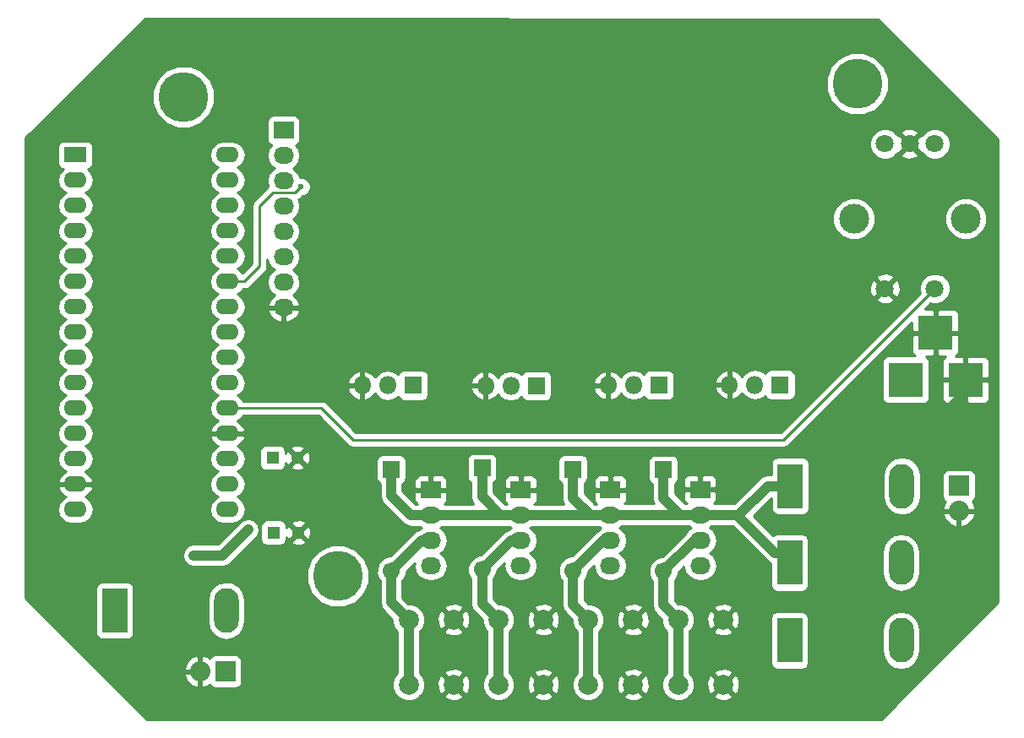
<source format=gbl>
G04 #@! TF.FileFunction,Copper,L2,Bot,Signal*
%FSLAX46Y46*%
G04 Gerber Fmt 4.6, Leading zero omitted, Abs format (unit mm)*
G04 Created by KiCad (PCBNEW 4.0.7) date 05/21/18 20:26:36*
%MOMM*%
%LPD*%
G01*
G04 APERTURE LIST*
%ADD10C,0.100000*%
%ADD11C,5.000000*%
%ADD12R,2.286000X1.574800*%
%ADD13O,2.286000X1.574800*%
%ADD14R,2.032000X1.727200*%
%ADD15O,2.032000X1.727200*%
%ADD16R,1.300000X1.300000*%
%ADD17C,1.300000*%
%ADD18R,2.499360X4.500880*%
%ADD19O,2.499360X4.500880*%
%ADD20C,1.699260*%
%ADD21R,1.699260X1.699260*%
%ADD22R,3.500000X3.500000*%
%ADD23R,2.032000X2.032000*%
%ADD24O,2.032000X2.032000*%
%ADD25R,1.800000X1.800000*%
%ADD26O,1.800000X1.800000*%
%ADD27C,1.800000*%
%ADD28C,3.000000*%
%ADD29C,2.000000*%
%ADD30C,0.600000*%
%ADD31C,1.000000*%
%ADD32C,0.250000*%
%ADD33C,0.254000*%
G04 APERTURE END LIST*
D10*
D11*
X131560000Y-83290000D03*
X79480000Y-132640000D03*
D12*
X53210000Y-90420000D03*
D13*
X53210000Y-92960000D03*
X53210000Y-95500000D03*
X53210000Y-98040000D03*
X53210000Y-100580000D03*
X53210000Y-103120000D03*
X53210000Y-105660000D03*
X53210000Y-108200000D03*
X53210000Y-110740000D03*
X53210000Y-113280000D03*
X53210000Y-115820000D03*
X53210000Y-118360000D03*
X53210000Y-120900000D03*
X53210000Y-123440000D03*
X53210000Y-125980000D03*
X68450000Y-125980000D03*
X68450000Y-123440000D03*
X68450000Y-120900000D03*
X68450000Y-118360000D03*
X68450000Y-115820000D03*
X68450000Y-113280000D03*
X68450000Y-110740000D03*
X68450000Y-108200000D03*
X68450000Y-105660000D03*
X68450000Y-103120000D03*
X68450000Y-100580000D03*
X68450000Y-98040000D03*
X68450000Y-95500000D03*
X68450000Y-92960000D03*
X68450000Y-90420000D03*
D14*
X74060000Y-87940000D03*
D15*
X74060000Y-90480000D03*
X74060000Y-93020000D03*
X74060000Y-95560000D03*
X74060000Y-98100000D03*
X74060000Y-100640000D03*
X74060000Y-103180000D03*
X74060000Y-105720000D03*
D16*
X72960000Y-120780000D03*
D17*
X75460000Y-120780000D03*
D16*
X73040000Y-128280000D03*
D17*
X75540000Y-128280000D03*
D18*
X57144000Y-136120000D03*
D19*
X68320000Y-136120000D03*
D18*
X124774920Y-139100000D03*
D19*
X135950920Y-139100000D03*
D18*
X124774920Y-131300000D03*
D19*
X135950920Y-131300000D03*
D18*
X124834920Y-123610000D03*
D19*
X136010920Y-123610000D03*
D20*
X84850000Y-132120000D03*
D21*
X84850000Y-121960000D03*
D20*
X93950000Y-131990000D03*
D21*
X93950000Y-121830000D03*
D20*
X103060000Y-132100000D03*
D21*
X103060000Y-121940000D03*
D20*
X112120000Y-132160000D03*
D21*
X112120000Y-122000000D03*
D22*
X136400000Y-112960000D03*
X142400000Y-112960000D03*
X139400000Y-108260000D03*
D23*
X68220000Y-142200000D03*
D24*
X65680000Y-142200000D03*
D23*
X141740000Y-123590000D03*
D24*
X141740000Y-126130000D03*
D14*
X88820000Y-124000000D03*
D15*
X88820000Y-126540000D03*
X88820000Y-129080000D03*
X88820000Y-131620000D03*
D14*
X97820000Y-124000000D03*
D15*
X97820000Y-126540000D03*
X97820000Y-129080000D03*
X97820000Y-131620000D03*
D14*
X106810000Y-124000000D03*
D15*
X106810000Y-126540000D03*
X106810000Y-129080000D03*
X106810000Y-131620000D03*
D14*
X115820000Y-123980000D03*
D15*
X115820000Y-126520000D03*
X115820000Y-129060000D03*
X115820000Y-131600000D03*
D25*
X87030000Y-113530000D03*
D26*
X84490000Y-113530000D03*
X81950000Y-113530000D03*
D25*
X99380000Y-113560000D03*
D26*
X96840000Y-113560000D03*
X94300000Y-113560000D03*
D25*
X111680000Y-113510000D03*
D26*
X109140000Y-113510000D03*
X106600000Y-113510000D03*
D25*
X123820000Y-113460000D03*
D26*
X121280000Y-113460000D03*
X118740000Y-113460000D03*
D27*
X139320000Y-103810000D03*
X139320000Y-89310000D03*
X136820000Y-89310000D03*
X134320000Y-89310000D03*
X134320000Y-103810000D03*
D28*
X131220000Y-96810000D03*
X142420000Y-96810000D03*
D29*
X91100000Y-143520000D03*
X86600000Y-143520000D03*
X91100000Y-137020000D03*
X86600000Y-137020000D03*
X100090000Y-143520000D03*
X95590000Y-143520000D03*
X100090000Y-137020000D03*
X95590000Y-137020000D03*
X109080000Y-143520000D03*
X104580000Y-143520000D03*
X109080000Y-137020000D03*
X104580000Y-137020000D03*
X118110000Y-143520000D03*
X113610000Y-143520000D03*
X118110000Y-137020000D03*
X113610000Y-137020000D03*
D11*
X64030000Y-84610000D03*
D30*
X70520000Y-127980000D03*
X65040000Y-130570000D03*
X127810000Y-118730000D03*
X124050000Y-83820000D03*
X115420000Y-83900000D03*
X96500000Y-83710000D03*
X78460000Y-82230000D03*
X75830000Y-93610000D03*
D31*
X70520000Y-127980000D02*
X67930000Y-130570000D01*
X67930000Y-130570000D02*
X65040000Y-130570000D01*
X142400000Y-112960000D02*
X142400000Y-114230000D01*
X142400000Y-114230000D02*
X137900000Y-118730000D01*
X137900000Y-118730000D02*
X127810000Y-118730000D01*
X115420000Y-83900000D02*
X115500000Y-83900000D01*
X122900000Y-84970000D02*
X124050000Y-83820000D01*
X116570000Y-84970000D02*
X122900000Y-84970000D01*
X115500000Y-83900000D02*
X116570000Y-84970000D01*
X96500000Y-83710000D02*
X107620000Y-83710000D01*
X114210000Y-85110000D02*
X115420000Y-83900000D01*
X109020000Y-85110000D02*
X114210000Y-85110000D01*
X107620000Y-83710000D02*
X109020000Y-85110000D01*
X95610000Y-84600000D02*
X96500000Y-83710000D01*
X80830000Y-84600000D02*
X95610000Y-84600000D01*
X78460000Y-82230000D02*
X80830000Y-84600000D01*
X123300000Y-130310000D02*
X123784920Y-130310000D01*
X123784920Y-130310000D02*
X124774920Y-131300000D01*
X119675240Y-126685240D02*
X123300000Y-130310000D01*
X119675240Y-126520000D02*
X119675240Y-126685240D01*
X115820000Y-126520000D02*
X119675240Y-126520000D01*
X119675240Y-126520000D02*
X122585240Y-123610000D01*
X122585240Y-123610000D02*
X124834920Y-123610000D01*
X124774920Y-131300000D02*
X124774920Y-130299240D01*
X97820000Y-126540000D02*
X88820000Y-126540000D01*
X106810000Y-126540000D02*
X97820000Y-126540000D01*
X115820000Y-126520000D02*
X106830000Y-126520000D01*
X106830000Y-126520000D02*
X106810000Y-126540000D01*
X112120000Y-122000000D02*
X112120000Y-124836000D01*
X112120000Y-124836000D02*
X113804000Y-126520000D01*
X113804000Y-126520000D02*
X115820000Y-126520000D01*
X103060000Y-121940000D02*
X103060000Y-124806000D01*
X103060000Y-124806000D02*
X104794000Y-126540000D01*
X104794000Y-126540000D02*
X106810000Y-126540000D01*
X93950000Y-121830000D02*
X93950000Y-124686000D01*
X93950000Y-124686000D02*
X95804000Y-126540000D01*
X95804000Y-126540000D02*
X97820000Y-126540000D01*
X84850000Y-121960000D02*
X84850000Y-124586000D01*
X84850000Y-124586000D02*
X86804000Y-126540000D01*
X86804000Y-126540000D02*
X88820000Y-126540000D01*
X86600000Y-137020000D02*
X86600000Y-143520000D01*
X84850000Y-132120000D02*
X84850000Y-135270000D01*
X84850000Y-135270000D02*
X86600000Y-137020000D01*
X88820000Y-129080000D02*
X87890000Y-129080000D01*
X87890000Y-129080000D02*
X84850000Y-132120000D01*
D32*
X84900000Y-132170000D02*
X84850000Y-132120000D01*
D31*
X95590000Y-137020000D02*
X95590000Y-143520000D01*
X93950000Y-131990000D02*
X93950000Y-135380000D01*
X93950000Y-135380000D02*
X95590000Y-137020000D01*
X97820000Y-129080000D02*
X96860000Y-129080000D01*
X96860000Y-129080000D02*
X93950000Y-131990000D01*
X104580000Y-137020000D02*
X104580000Y-143520000D01*
X103060000Y-132100000D02*
X103060000Y-135500000D01*
X103060000Y-135500000D02*
X104580000Y-137020000D01*
X106810000Y-129080000D02*
X106080000Y-129080000D01*
X106080000Y-129080000D02*
X103060000Y-132100000D01*
X113610000Y-137020000D02*
X113610000Y-143520000D01*
X112120000Y-132160000D02*
X112120000Y-135530000D01*
X112120000Y-135530000D02*
X113610000Y-137020000D01*
X115820000Y-129060000D02*
X115220000Y-129060000D01*
X115220000Y-129060000D02*
X112120000Y-132160000D01*
D32*
X71670000Y-101590000D02*
X70140000Y-103120000D01*
X70140000Y-103120000D02*
X68450000Y-103120000D01*
X71670000Y-95517220D02*
X71670000Y-101590000D01*
X72978610Y-94208610D02*
X71670000Y-95517220D01*
X75830000Y-93610000D02*
X75231390Y-94208610D01*
X75231390Y-94208610D02*
X72978610Y-94208610D01*
X81010000Y-118970000D02*
X77860000Y-115820000D01*
X77860000Y-115820000D02*
X68450000Y-115820000D01*
X124160000Y-118970000D02*
X81010000Y-118970000D01*
X139320000Y-103810000D02*
X124160000Y-118970000D01*
D33*
G36*
X133657354Y-76826960D02*
X145673000Y-88842606D01*
X145673000Y-135237394D01*
X133917394Y-146993000D01*
X60362606Y-146993000D01*
X55952552Y-142582946D01*
X64074017Y-142582946D01*
X64342812Y-143168379D01*
X64815182Y-143606385D01*
X65297056Y-143805975D01*
X65553000Y-143686836D01*
X65553000Y-142327000D01*
X64192633Y-142327000D01*
X64074017Y-142582946D01*
X55952552Y-142582946D01*
X55186660Y-141817054D01*
X64074017Y-141817054D01*
X64192633Y-142073000D01*
X65553000Y-142073000D01*
X65553000Y-140713164D01*
X65807000Y-140713164D01*
X65807000Y-142073000D01*
X65827000Y-142073000D01*
X65827000Y-142327000D01*
X65807000Y-142327000D01*
X65807000Y-143686836D01*
X66062944Y-143805975D01*
X66544818Y-143606385D01*
X66642398Y-143515903D01*
X66739910Y-143667441D01*
X66952110Y-143812431D01*
X67204000Y-143863440D01*
X69236000Y-143863440D01*
X69471317Y-143819162D01*
X69687441Y-143680090D01*
X69832431Y-143467890D01*
X69883440Y-143216000D01*
X69883440Y-141184000D01*
X69839162Y-140948683D01*
X69700090Y-140732559D01*
X69487890Y-140587569D01*
X69236000Y-140536560D01*
X67204000Y-140536560D01*
X66968683Y-140580838D01*
X66752559Y-140719910D01*
X66641160Y-140882948D01*
X66544818Y-140793615D01*
X66062944Y-140594025D01*
X65807000Y-140713164D01*
X65553000Y-140713164D01*
X65297056Y-140594025D01*
X64815182Y-140793615D01*
X64342812Y-141231621D01*
X64074017Y-141817054D01*
X55186660Y-141817054D01*
X48217000Y-134847394D01*
X48217000Y-133869560D01*
X55246880Y-133869560D01*
X55246880Y-138370440D01*
X55291158Y-138605757D01*
X55430230Y-138821881D01*
X55642430Y-138966871D01*
X55894320Y-139017880D01*
X58393680Y-139017880D01*
X58628997Y-138973602D01*
X58845121Y-138834530D01*
X58990111Y-138622330D01*
X59041120Y-138370440D01*
X59041120Y-135062711D01*
X66435320Y-135062711D01*
X66435320Y-137177289D01*
X66578783Y-137898525D01*
X66987330Y-138509959D01*
X67598764Y-138918506D01*
X68320000Y-139061969D01*
X69041236Y-138918506D01*
X69652670Y-138509959D01*
X70061217Y-137898525D01*
X70204680Y-137177289D01*
X70204680Y-135062711D01*
X70061217Y-134341475D01*
X69652670Y-133730041D01*
X69041236Y-133321494D01*
X68736379Y-133260854D01*
X76344457Y-133260854D01*
X76820727Y-134413515D01*
X77701847Y-135296174D01*
X78853674Y-135774454D01*
X80100854Y-135775543D01*
X81253515Y-135299273D01*
X82136174Y-134418153D01*
X82614454Y-133266326D01*
X82615543Y-132019146D01*
X82139273Y-130866485D01*
X81258153Y-129983826D01*
X80106326Y-129505546D01*
X78859146Y-129504457D01*
X77706485Y-129980727D01*
X76823826Y-130861847D01*
X76345546Y-132013674D01*
X76344457Y-133260854D01*
X68736379Y-133260854D01*
X68320000Y-133178031D01*
X67598764Y-133321494D01*
X66987330Y-133730041D01*
X66578783Y-134341475D01*
X66435320Y-135062711D01*
X59041120Y-135062711D01*
X59041120Y-133869560D01*
X58996842Y-133634243D01*
X58857770Y-133418119D01*
X58645570Y-133273129D01*
X58393680Y-133222120D01*
X55894320Y-133222120D01*
X55659003Y-133266398D01*
X55442879Y-133405470D01*
X55297889Y-133617670D01*
X55246880Y-133869560D01*
X48217000Y-133869560D01*
X48217000Y-130570000D01*
X63905000Y-130570000D01*
X63991397Y-131004346D01*
X64237434Y-131372566D01*
X64605654Y-131618603D01*
X65040000Y-131705000D01*
X67930000Y-131705000D01*
X68364346Y-131618603D01*
X68732566Y-131372566D01*
X71322566Y-128782566D01*
X71568603Y-128414345D01*
X71655000Y-127980000D01*
X71585381Y-127630000D01*
X71742560Y-127630000D01*
X71742560Y-128930000D01*
X71786838Y-129165317D01*
X71925910Y-129381441D01*
X72138110Y-129526431D01*
X72390000Y-129577440D01*
X73690000Y-129577440D01*
X73925317Y-129533162D01*
X74141441Y-129394090D01*
X74286431Y-129181890D01*
X74287012Y-129179016D01*
X74820590Y-129179016D01*
X74876271Y-129409611D01*
X75359078Y-129577622D01*
X75869428Y-129548083D01*
X76203729Y-129409611D01*
X76259410Y-129179016D01*
X75540000Y-128459605D01*
X74820590Y-129179016D01*
X74287012Y-129179016D01*
X74337440Y-128930000D01*
X74337440Y-128767615D01*
X74410389Y-128943729D01*
X74640984Y-128999410D01*
X75360395Y-128280000D01*
X75719605Y-128280000D01*
X76439016Y-128999410D01*
X76669611Y-128943729D01*
X76837622Y-128460922D01*
X76808083Y-127950572D01*
X76669611Y-127616271D01*
X76439016Y-127560590D01*
X75719605Y-128280000D01*
X75360395Y-128280000D01*
X74640984Y-127560590D01*
X74410389Y-127616271D01*
X74337440Y-127825902D01*
X74337440Y-127630000D01*
X74293162Y-127394683D01*
X74284347Y-127380984D01*
X74820590Y-127380984D01*
X75540000Y-128100395D01*
X76259410Y-127380984D01*
X76203729Y-127150389D01*
X75720922Y-126982378D01*
X75210572Y-127011917D01*
X74876271Y-127150389D01*
X74820590Y-127380984D01*
X74284347Y-127380984D01*
X74154090Y-127178559D01*
X73941890Y-127033569D01*
X73690000Y-126982560D01*
X72390000Y-126982560D01*
X72154683Y-127026838D01*
X71938559Y-127165910D01*
X71793569Y-127378110D01*
X71742560Y-127630000D01*
X71585381Y-127630000D01*
X71568603Y-127545655D01*
X71322566Y-127177434D01*
X70954345Y-126931397D01*
X70520000Y-126845000D01*
X70085655Y-126931397D01*
X69717434Y-127177434D01*
X67459868Y-129435000D01*
X65040000Y-129435000D01*
X64605654Y-129521397D01*
X64237434Y-129767434D01*
X63991397Y-130135654D01*
X63905000Y-130570000D01*
X48217000Y-130570000D01*
X48217000Y-125980000D01*
X51397167Y-125980000D01*
X51505441Y-126524329D01*
X51813778Y-126985789D01*
X52275238Y-127294126D01*
X52819567Y-127402400D01*
X53600433Y-127402400D01*
X54144762Y-127294126D01*
X54606222Y-126985789D01*
X54914559Y-126524329D01*
X55022833Y-125980000D01*
X54914559Y-125435671D01*
X54606222Y-124974211D01*
X54211170Y-124710246D01*
X54227262Y-124705525D01*
X54661191Y-124355986D01*
X54928327Y-123866996D01*
X54945010Y-123787060D01*
X54822852Y-123567000D01*
X53337000Y-123567000D01*
X53337000Y-123587000D01*
X53083000Y-123587000D01*
X53083000Y-123567000D01*
X51597148Y-123567000D01*
X51474990Y-123787060D01*
X51491673Y-123866996D01*
X51758809Y-124355986D01*
X52192738Y-124705525D01*
X52208830Y-124710246D01*
X51813778Y-124974211D01*
X51505441Y-125435671D01*
X51397167Y-125980000D01*
X48217000Y-125980000D01*
X48217000Y-92960000D01*
X51397167Y-92960000D01*
X51505441Y-93504329D01*
X51813778Y-93965789D01*
X52209199Y-94230000D01*
X51813778Y-94494211D01*
X51505441Y-94955671D01*
X51397167Y-95500000D01*
X51505441Y-96044329D01*
X51813778Y-96505789D01*
X52209199Y-96770000D01*
X51813778Y-97034211D01*
X51505441Y-97495671D01*
X51397167Y-98040000D01*
X51505441Y-98584329D01*
X51813778Y-99045789D01*
X52209199Y-99310000D01*
X51813778Y-99574211D01*
X51505441Y-100035671D01*
X51397167Y-100580000D01*
X51505441Y-101124329D01*
X51813778Y-101585789D01*
X52209199Y-101850000D01*
X51813778Y-102114211D01*
X51505441Y-102575671D01*
X51397167Y-103120000D01*
X51505441Y-103664329D01*
X51813778Y-104125789D01*
X52209199Y-104390000D01*
X51813778Y-104654211D01*
X51505441Y-105115671D01*
X51397167Y-105660000D01*
X51505441Y-106204329D01*
X51813778Y-106665789D01*
X52209199Y-106930000D01*
X51813778Y-107194211D01*
X51505441Y-107655671D01*
X51397167Y-108200000D01*
X51505441Y-108744329D01*
X51813778Y-109205789D01*
X52209199Y-109470000D01*
X51813778Y-109734211D01*
X51505441Y-110195671D01*
X51397167Y-110740000D01*
X51505441Y-111284329D01*
X51813778Y-111745789D01*
X52209199Y-112010000D01*
X51813778Y-112274211D01*
X51505441Y-112735671D01*
X51397167Y-113280000D01*
X51505441Y-113824329D01*
X51813778Y-114285789D01*
X52209199Y-114550000D01*
X51813778Y-114814211D01*
X51505441Y-115275671D01*
X51397167Y-115820000D01*
X51505441Y-116364329D01*
X51813778Y-116825789D01*
X52209199Y-117090000D01*
X51813778Y-117354211D01*
X51505441Y-117815671D01*
X51397167Y-118360000D01*
X51505441Y-118904329D01*
X51813778Y-119365789D01*
X52209199Y-119630000D01*
X51813778Y-119894211D01*
X51505441Y-120355671D01*
X51397167Y-120900000D01*
X51505441Y-121444329D01*
X51813778Y-121905789D01*
X52208830Y-122169754D01*
X52192738Y-122174475D01*
X51758809Y-122524014D01*
X51491673Y-123013004D01*
X51474990Y-123092940D01*
X51597148Y-123313000D01*
X53083000Y-123313000D01*
X53083000Y-123293000D01*
X53337000Y-123293000D01*
X53337000Y-123313000D01*
X54822852Y-123313000D01*
X54945010Y-123092940D01*
X54928327Y-123013004D01*
X54661191Y-122524014D01*
X54227262Y-122174475D01*
X54211170Y-122169754D01*
X54606222Y-121905789D01*
X54914559Y-121444329D01*
X55022833Y-120900000D01*
X66637167Y-120900000D01*
X66745441Y-121444329D01*
X67053778Y-121905789D01*
X67449199Y-122170000D01*
X67053778Y-122434211D01*
X66745441Y-122895671D01*
X66637167Y-123440000D01*
X66745441Y-123984329D01*
X67053778Y-124445789D01*
X67449199Y-124710000D01*
X67053778Y-124974211D01*
X66745441Y-125435671D01*
X66637167Y-125980000D01*
X66745441Y-126524329D01*
X67053778Y-126985789D01*
X67515238Y-127294126D01*
X68059567Y-127402400D01*
X68840433Y-127402400D01*
X69384762Y-127294126D01*
X69846222Y-126985789D01*
X70154559Y-126524329D01*
X70262833Y-125980000D01*
X70154559Y-125435671D01*
X69846222Y-124974211D01*
X69450801Y-124710000D01*
X69846222Y-124445789D01*
X70154559Y-123984329D01*
X70262833Y-123440000D01*
X70154559Y-122895671D01*
X69846222Y-122434211D01*
X69450801Y-122170000D01*
X69846222Y-121905789D01*
X70154559Y-121444329D01*
X70262833Y-120900000D01*
X70154559Y-120355671D01*
X70003771Y-120130000D01*
X71662560Y-120130000D01*
X71662560Y-121430000D01*
X71706838Y-121665317D01*
X71845910Y-121881441D01*
X72058110Y-122026431D01*
X72310000Y-122077440D01*
X73610000Y-122077440D01*
X73845317Y-122033162D01*
X74061441Y-121894090D01*
X74206431Y-121681890D01*
X74207012Y-121679016D01*
X74740590Y-121679016D01*
X74796271Y-121909611D01*
X75279078Y-122077622D01*
X75789428Y-122048083D01*
X76123729Y-121909611D01*
X76179410Y-121679016D01*
X75460000Y-120959605D01*
X74740590Y-121679016D01*
X74207012Y-121679016D01*
X74257440Y-121430000D01*
X74257440Y-121267615D01*
X74330389Y-121443729D01*
X74560984Y-121499410D01*
X75280395Y-120780000D01*
X75639605Y-120780000D01*
X76359016Y-121499410D01*
X76589611Y-121443729D01*
X76705615Y-121110370D01*
X83352930Y-121110370D01*
X83352930Y-122809630D01*
X83397208Y-123044947D01*
X83536280Y-123261071D01*
X83715000Y-123383185D01*
X83715000Y-124586000D01*
X83801397Y-125020346D01*
X84014883Y-125339850D01*
X84047434Y-125388566D01*
X86001434Y-127342566D01*
X86369654Y-127588603D01*
X86804000Y-127675000D01*
X87688324Y-127675000D01*
X87890366Y-127810000D01*
X87602838Y-128002120D01*
X87455654Y-128031397D01*
X87253011Y-128166799D01*
X87087434Y-128277434D01*
X84729604Y-130635264D01*
X84555984Y-130635112D01*
X84010123Y-130860658D01*
X83592126Y-131277926D01*
X83365628Y-131823393D01*
X83365112Y-132414016D01*
X83590658Y-132959877D01*
X83715000Y-133084436D01*
X83715000Y-135270000D01*
X83801397Y-135704346D01*
X83956153Y-135935954D01*
X84047434Y-136072566D01*
X84965025Y-136990157D01*
X84964716Y-137343795D01*
X85213106Y-137944943D01*
X85465000Y-138197278D01*
X85465000Y-142342796D01*
X85214722Y-142592637D01*
X84965284Y-143193352D01*
X84964716Y-143843795D01*
X85213106Y-144444943D01*
X85672637Y-144905278D01*
X86273352Y-145154716D01*
X86923795Y-145155284D01*
X87524943Y-144906894D01*
X87759715Y-144672532D01*
X90127073Y-144672532D01*
X90225736Y-144939387D01*
X90835461Y-145165908D01*
X91485460Y-145141856D01*
X91974264Y-144939387D01*
X92072927Y-144672532D01*
X91100000Y-143699605D01*
X90127073Y-144672532D01*
X87759715Y-144672532D01*
X87985278Y-144447363D01*
X88234716Y-143846648D01*
X88235232Y-143255461D01*
X89454092Y-143255461D01*
X89478144Y-143905460D01*
X89680613Y-144394264D01*
X89947468Y-144492927D01*
X90920395Y-143520000D01*
X91279605Y-143520000D01*
X92252532Y-144492927D01*
X92519387Y-144394264D01*
X92745908Y-143784539D01*
X92721856Y-143134540D01*
X92519387Y-142645736D01*
X92252532Y-142547073D01*
X91279605Y-143520000D01*
X90920395Y-143520000D01*
X89947468Y-142547073D01*
X89680613Y-142645736D01*
X89454092Y-143255461D01*
X88235232Y-143255461D01*
X88235284Y-143196205D01*
X87986894Y-142595057D01*
X87759703Y-142367468D01*
X90127073Y-142367468D01*
X91100000Y-143340395D01*
X92072927Y-142367468D01*
X91974264Y-142100613D01*
X91364539Y-141874092D01*
X90714540Y-141898144D01*
X90225736Y-142100613D01*
X90127073Y-142367468D01*
X87759703Y-142367468D01*
X87735000Y-142342722D01*
X87735000Y-138197204D01*
X87759715Y-138172532D01*
X90127073Y-138172532D01*
X90225736Y-138439387D01*
X90835461Y-138665908D01*
X91485460Y-138641856D01*
X91974264Y-138439387D01*
X92072927Y-138172532D01*
X91100000Y-137199605D01*
X90127073Y-138172532D01*
X87759715Y-138172532D01*
X87985278Y-137947363D01*
X88234716Y-137346648D01*
X88235232Y-136755461D01*
X89454092Y-136755461D01*
X89478144Y-137405460D01*
X89680613Y-137894264D01*
X89947468Y-137992927D01*
X90920395Y-137020000D01*
X91279605Y-137020000D01*
X92252532Y-137992927D01*
X92519387Y-137894264D01*
X92745908Y-137284539D01*
X92721856Y-136634540D01*
X92519387Y-136145736D01*
X92252532Y-136047073D01*
X91279605Y-137020000D01*
X90920395Y-137020000D01*
X89947468Y-136047073D01*
X89680613Y-136145736D01*
X89454092Y-136755461D01*
X88235232Y-136755461D01*
X88235284Y-136696205D01*
X87986894Y-136095057D01*
X87759703Y-135867468D01*
X90127073Y-135867468D01*
X91100000Y-136840395D01*
X92072927Y-135867468D01*
X91974264Y-135600613D01*
X91364539Y-135374092D01*
X90714540Y-135398144D01*
X90225736Y-135600613D01*
X90127073Y-135867468D01*
X87759703Y-135867468D01*
X87527363Y-135634722D01*
X86926648Y-135385284D01*
X86570105Y-135384973D01*
X85985000Y-134799868D01*
X85985000Y-133084734D01*
X86107874Y-132962074D01*
X86334372Y-132416607D01*
X86334526Y-132240606D01*
X87181728Y-131393404D01*
X87136655Y-131620000D01*
X87250729Y-132193489D01*
X87575585Y-132679670D01*
X88061766Y-133004526D01*
X88635255Y-133118600D01*
X89004745Y-133118600D01*
X89578234Y-133004526D01*
X90064415Y-132679670D01*
X90389271Y-132193489D01*
X90503345Y-131620000D01*
X90389271Y-131046511D01*
X90064415Y-130560330D01*
X89749634Y-130350000D01*
X90064415Y-130139670D01*
X90389271Y-129653489D01*
X90503345Y-129080000D01*
X90389271Y-128506511D01*
X90064415Y-128020330D01*
X89749634Y-127810000D01*
X89951676Y-127675000D01*
X96688324Y-127675000D01*
X96890366Y-127810000D01*
X96615554Y-127993623D01*
X96425654Y-128031397D01*
X96057433Y-128277434D01*
X93829604Y-130505264D01*
X93655984Y-130505112D01*
X93110123Y-130730658D01*
X92692126Y-131147926D01*
X92465628Y-131693393D01*
X92465112Y-132284016D01*
X92690658Y-132829877D01*
X92815000Y-132954436D01*
X92815000Y-135380000D01*
X92901397Y-135814346D01*
X93073934Y-136072566D01*
X93147434Y-136182566D01*
X93955025Y-136990157D01*
X93954716Y-137343795D01*
X94203106Y-137944943D01*
X94455000Y-138197278D01*
X94455000Y-142342796D01*
X94204722Y-142592637D01*
X93955284Y-143193352D01*
X93954716Y-143843795D01*
X94203106Y-144444943D01*
X94662637Y-144905278D01*
X95263352Y-145154716D01*
X95913795Y-145155284D01*
X96514943Y-144906894D01*
X96749715Y-144672532D01*
X99117073Y-144672532D01*
X99215736Y-144939387D01*
X99825461Y-145165908D01*
X100475460Y-145141856D01*
X100964264Y-144939387D01*
X101062927Y-144672532D01*
X100090000Y-143699605D01*
X99117073Y-144672532D01*
X96749715Y-144672532D01*
X96975278Y-144447363D01*
X97224716Y-143846648D01*
X97225232Y-143255461D01*
X98444092Y-143255461D01*
X98468144Y-143905460D01*
X98670613Y-144394264D01*
X98937468Y-144492927D01*
X99910395Y-143520000D01*
X100269605Y-143520000D01*
X101242532Y-144492927D01*
X101509387Y-144394264D01*
X101735908Y-143784539D01*
X101711856Y-143134540D01*
X101509387Y-142645736D01*
X101242532Y-142547073D01*
X100269605Y-143520000D01*
X99910395Y-143520000D01*
X98937468Y-142547073D01*
X98670613Y-142645736D01*
X98444092Y-143255461D01*
X97225232Y-143255461D01*
X97225284Y-143196205D01*
X96976894Y-142595057D01*
X96749703Y-142367468D01*
X99117073Y-142367468D01*
X100090000Y-143340395D01*
X101062927Y-142367468D01*
X100964264Y-142100613D01*
X100354539Y-141874092D01*
X99704540Y-141898144D01*
X99215736Y-142100613D01*
X99117073Y-142367468D01*
X96749703Y-142367468D01*
X96725000Y-142342722D01*
X96725000Y-138197204D01*
X96749715Y-138172532D01*
X99117073Y-138172532D01*
X99215736Y-138439387D01*
X99825461Y-138665908D01*
X100475460Y-138641856D01*
X100964264Y-138439387D01*
X101062927Y-138172532D01*
X100090000Y-137199605D01*
X99117073Y-138172532D01*
X96749715Y-138172532D01*
X96975278Y-137947363D01*
X97224716Y-137346648D01*
X97225232Y-136755461D01*
X98444092Y-136755461D01*
X98468144Y-137405460D01*
X98670613Y-137894264D01*
X98937468Y-137992927D01*
X99910395Y-137020000D01*
X100269605Y-137020000D01*
X101242532Y-137992927D01*
X101509387Y-137894264D01*
X101735908Y-137284539D01*
X101711856Y-136634540D01*
X101509387Y-136145736D01*
X101242532Y-136047073D01*
X100269605Y-137020000D01*
X99910395Y-137020000D01*
X98937468Y-136047073D01*
X98670613Y-136145736D01*
X98444092Y-136755461D01*
X97225232Y-136755461D01*
X97225284Y-136696205D01*
X96976894Y-136095057D01*
X96749703Y-135867468D01*
X99117073Y-135867468D01*
X100090000Y-136840395D01*
X101062927Y-135867468D01*
X100964264Y-135600613D01*
X100354539Y-135374092D01*
X99704540Y-135398144D01*
X99215736Y-135600613D01*
X99117073Y-135867468D01*
X96749703Y-135867468D01*
X96517363Y-135634722D01*
X95916648Y-135385284D01*
X95560105Y-135384973D01*
X95085000Y-134909868D01*
X95085000Y-132954734D01*
X95207874Y-132832074D01*
X95434372Y-132286607D01*
X95434526Y-132110606D01*
X96189177Y-131355956D01*
X96136655Y-131620000D01*
X96250729Y-132193489D01*
X96575585Y-132679670D01*
X97061766Y-133004526D01*
X97635255Y-133118600D01*
X98004745Y-133118600D01*
X98578234Y-133004526D01*
X99064415Y-132679670D01*
X99389271Y-132193489D01*
X99503345Y-131620000D01*
X99389271Y-131046511D01*
X99064415Y-130560330D01*
X98749634Y-130350000D01*
X99064415Y-130139670D01*
X99389271Y-129653489D01*
X99503345Y-129080000D01*
X99389271Y-128506511D01*
X99064415Y-128020330D01*
X98749634Y-127810000D01*
X98951676Y-127675000D01*
X105678324Y-127675000D01*
X105880366Y-127810000D01*
X105565585Y-128020330D01*
X105487645Y-128136975D01*
X105443011Y-128166799D01*
X105277434Y-128277434D01*
X102939604Y-130615264D01*
X102765984Y-130615112D01*
X102220123Y-130840658D01*
X101802126Y-131257926D01*
X101575628Y-131803393D01*
X101575112Y-132394016D01*
X101800658Y-132939877D01*
X101925000Y-133064436D01*
X101925000Y-135500000D01*
X102011397Y-135934346D01*
X102190318Y-136202120D01*
X102257434Y-136302566D01*
X102945025Y-136990157D01*
X102944716Y-137343795D01*
X103193106Y-137944943D01*
X103445000Y-138197278D01*
X103445000Y-142342796D01*
X103194722Y-142592637D01*
X102945284Y-143193352D01*
X102944716Y-143843795D01*
X103193106Y-144444943D01*
X103652637Y-144905278D01*
X104253352Y-145154716D01*
X104903795Y-145155284D01*
X105504943Y-144906894D01*
X105739715Y-144672532D01*
X108107073Y-144672532D01*
X108205736Y-144939387D01*
X108815461Y-145165908D01*
X109465460Y-145141856D01*
X109954264Y-144939387D01*
X110052927Y-144672532D01*
X109080000Y-143699605D01*
X108107073Y-144672532D01*
X105739715Y-144672532D01*
X105965278Y-144447363D01*
X106214716Y-143846648D01*
X106215232Y-143255461D01*
X107434092Y-143255461D01*
X107458144Y-143905460D01*
X107660613Y-144394264D01*
X107927468Y-144492927D01*
X108900395Y-143520000D01*
X109259605Y-143520000D01*
X110232532Y-144492927D01*
X110499387Y-144394264D01*
X110725908Y-143784539D01*
X110701856Y-143134540D01*
X110499387Y-142645736D01*
X110232532Y-142547073D01*
X109259605Y-143520000D01*
X108900395Y-143520000D01*
X107927468Y-142547073D01*
X107660613Y-142645736D01*
X107434092Y-143255461D01*
X106215232Y-143255461D01*
X106215284Y-143196205D01*
X105966894Y-142595057D01*
X105739703Y-142367468D01*
X108107073Y-142367468D01*
X109080000Y-143340395D01*
X110052927Y-142367468D01*
X109954264Y-142100613D01*
X109344539Y-141874092D01*
X108694540Y-141898144D01*
X108205736Y-142100613D01*
X108107073Y-142367468D01*
X105739703Y-142367468D01*
X105715000Y-142342722D01*
X105715000Y-138197204D01*
X105739715Y-138172532D01*
X108107073Y-138172532D01*
X108205736Y-138439387D01*
X108815461Y-138665908D01*
X109465460Y-138641856D01*
X109954264Y-138439387D01*
X110052927Y-138172532D01*
X109080000Y-137199605D01*
X108107073Y-138172532D01*
X105739715Y-138172532D01*
X105965278Y-137947363D01*
X106214716Y-137346648D01*
X106215232Y-136755461D01*
X107434092Y-136755461D01*
X107458144Y-137405460D01*
X107660613Y-137894264D01*
X107927468Y-137992927D01*
X108900395Y-137020000D01*
X109259605Y-137020000D01*
X110232532Y-137992927D01*
X110499387Y-137894264D01*
X110725908Y-137284539D01*
X110701856Y-136634540D01*
X110499387Y-136145736D01*
X110232532Y-136047073D01*
X109259605Y-137020000D01*
X108900395Y-137020000D01*
X107927468Y-136047073D01*
X107660613Y-136145736D01*
X107434092Y-136755461D01*
X106215232Y-136755461D01*
X106215284Y-136696205D01*
X105966894Y-136095057D01*
X105739703Y-135867468D01*
X108107073Y-135867468D01*
X109080000Y-136840395D01*
X110052927Y-135867468D01*
X109954264Y-135600613D01*
X109344539Y-135374092D01*
X108694540Y-135398144D01*
X108205736Y-135600613D01*
X108107073Y-135867468D01*
X105739703Y-135867468D01*
X105507363Y-135634722D01*
X104906648Y-135385284D01*
X104550105Y-135384973D01*
X104195000Y-135029868D01*
X104195000Y-133064734D01*
X104317874Y-132942074D01*
X104544372Y-132396607D01*
X104544526Y-132220606D01*
X105129721Y-131635411D01*
X105240729Y-132193489D01*
X105565585Y-132679670D01*
X106051766Y-133004526D01*
X106625255Y-133118600D01*
X106994745Y-133118600D01*
X107568234Y-133004526D01*
X108054415Y-132679670D01*
X108379271Y-132193489D01*
X108493345Y-131620000D01*
X108379271Y-131046511D01*
X108054415Y-130560330D01*
X107739634Y-130350000D01*
X108054415Y-130139670D01*
X108379271Y-129653489D01*
X108493345Y-129080000D01*
X108379271Y-128506511D01*
X108054415Y-128020330D01*
X107739634Y-127810000D01*
X107971608Y-127655000D01*
X114688324Y-127655000D01*
X114890366Y-127790000D01*
X114575585Y-128000330D01*
X114376326Y-128298542D01*
X111999604Y-130675264D01*
X111825984Y-130675112D01*
X111280123Y-130900658D01*
X110862126Y-131317926D01*
X110635628Y-131863393D01*
X110635112Y-132454016D01*
X110860658Y-132999877D01*
X110985000Y-133124436D01*
X110985000Y-135530000D01*
X111071397Y-135964346D01*
X111217207Y-136182566D01*
X111317434Y-136332566D01*
X111975025Y-136990157D01*
X111974716Y-137343795D01*
X112223106Y-137944943D01*
X112475000Y-138197278D01*
X112475000Y-142342796D01*
X112224722Y-142592637D01*
X111975284Y-143193352D01*
X111974716Y-143843795D01*
X112223106Y-144444943D01*
X112682637Y-144905278D01*
X113283352Y-145154716D01*
X113933795Y-145155284D01*
X114534943Y-144906894D01*
X114769715Y-144672532D01*
X117137073Y-144672532D01*
X117235736Y-144939387D01*
X117845461Y-145165908D01*
X118495460Y-145141856D01*
X118984264Y-144939387D01*
X119082927Y-144672532D01*
X118110000Y-143699605D01*
X117137073Y-144672532D01*
X114769715Y-144672532D01*
X114995278Y-144447363D01*
X115244716Y-143846648D01*
X115245232Y-143255461D01*
X116464092Y-143255461D01*
X116488144Y-143905460D01*
X116690613Y-144394264D01*
X116957468Y-144492927D01*
X117930395Y-143520000D01*
X118289605Y-143520000D01*
X119262532Y-144492927D01*
X119529387Y-144394264D01*
X119755908Y-143784539D01*
X119731856Y-143134540D01*
X119529387Y-142645736D01*
X119262532Y-142547073D01*
X118289605Y-143520000D01*
X117930395Y-143520000D01*
X116957468Y-142547073D01*
X116690613Y-142645736D01*
X116464092Y-143255461D01*
X115245232Y-143255461D01*
X115245284Y-143196205D01*
X114996894Y-142595057D01*
X114769703Y-142367468D01*
X117137073Y-142367468D01*
X118110000Y-143340395D01*
X119082927Y-142367468D01*
X118984264Y-142100613D01*
X118374539Y-141874092D01*
X117724540Y-141898144D01*
X117235736Y-142100613D01*
X117137073Y-142367468D01*
X114769703Y-142367468D01*
X114745000Y-142342722D01*
X114745000Y-138197204D01*
X114769715Y-138172532D01*
X117137073Y-138172532D01*
X117235736Y-138439387D01*
X117845461Y-138665908D01*
X118495460Y-138641856D01*
X118984264Y-138439387D01*
X119082927Y-138172532D01*
X118110000Y-137199605D01*
X117137073Y-138172532D01*
X114769715Y-138172532D01*
X114995278Y-137947363D01*
X115244716Y-137346648D01*
X115245232Y-136755461D01*
X116464092Y-136755461D01*
X116488144Y-137405460D01*
X116690613Y-137894264D01*
X116957468Y-137992927D01*
X117930395Y-137020000D01*
X118289605Y-137020000D01*
X119262532Y-137992927D01*
X119529387Y-137894264D01*
X119755908Y-137284539D01*
X119739813Y-136849560D01*
X122877800Y-136849560D01*
X122877800Y-141350440D01*
X122922078Y-141585757D01*
X123061150Y-141801881D01*
X123273350Y-141946871D01*
X123525240Y-141997880D01*
X126024600Y-141997880D01*
X126259917Y-141953602D01*
X126476041Y-141814530D01*
X126621031Y-141602330D01*
X126672040Y-141350440D01*
X126672040Y-138042711D01*
X134066240Y-138042711D01*
X134066240Y-140157289D01*
X134209703Y-140878525D01*
X134618250Y-141489959D01*
X135229684Y-141898506D01*
X135950920Y-142041969D01*
X136672156Y-141898506D01*
X137283590Y-141489959D01*
X137692137Y-140878525D01*
X137835600Y-140157289D01*
X137835600Y-138042711D01*
X137692137Y-137321475D01*
X137283590Y-136710041D01*
X136672156Y-136301494D01*
X135950920Y-136158031D01*
X135229684Y-136301494D01*
X134618250Y-136710041D01*
X134209703Y-137321475D01*
X134066240Y-138042711D01*
X126672040Y-138042711D01*
X126672040Y-136849560D01*
X126627762Y-136614243D01*
X126488690Y-136398119D01*
X126276490Y-136253129D01*
X126024600Y-136202120D01*
X123525240Y-136202120D01*
X123289923Y-136246398D01*
X123073799Y-136385470D01*
X122928809Y-136597670D01*
X122877800Y-136849560D01*
X119739813Y-136849560D01*
X119731856Y-136634540D01*
X119529387Y-136145736D01*
X119262532Y-136047073D01*
X118289605Y-137020000D01*
X117930395Y-137020000D01*
X116957468Y-136047073D01*
X116690613Y-136145736D01*
X116464092Y-136755461D01*
X115245232Y-136755461D01*
X115245284Y-136696205D01*
X114996894Y-136095057D01*
X114769703Y-135867468D01*
X117137073Y-135867468D01*
X118110000Y-136840395D01*
X119082927Y-135867468D01*
X118984264Y-135600613D01*
X118374539Y-135374092D01*
X117724540Y-135398144D01*
X117235736Y-135600613D01*
X117137073Y-135867468D01*
X114769703Y-135867468D01*
X114537363Y-135634722D01*
X113936648Y-135385284D01*
X113580105Y-135384973D01*
X113255000Y-135059868D01*
X113255000Y-133124734D01*
X113377874Y-133002074D01*
X113604372Y-132456607D01*
X113604526Y-132280606D01*
X114161289Y-131723843D01*
X114250729Y-132173489D01*
X114575585Y-132659670D01*
X115061766Y-132984526D01*
X115635255Y-133098600D01*
X116004745Y-133098600D01*
X116578234Y-132984526D01*
X117064415Y-132659670D01*
X117389271Y-132173489D01*
X117503345Y-131600000D01*
X117389271Y-131026511D01*
X117064415Y-130540330D01*
X116749634Y-130330000D01*
X117064415Y-130119670D01*
X117389271Y-129633489D01*
X117503345Y-129060000D01*
X117389271Y-128486511D01*
X117064415Y-128000330D01*
X116749634Y-127790000D01*
X116951676Y-127655000D01*
X119039868Y-127655000D01*
X122497434Y-131112566D01*
X122865654Y-131358603D01*
X122877800Y-131361019D01*
X122877800Y-133550440D01*
X122922078Y-133785757D01*
X123061150Y-134001881D01*
X123273350Y-134146871D01*
X123525240Y-134197880D01*
X126024600Y-134197880D01*
X126259917Y-134153602D01*
X126476041Y-134014530D01*
X126621031Y-133802330D01*
X126672040Y-133550440D01*
X126672040Y-130242711D01*
X134066240Y-130242711D01*
X134066240Y-132357289D01*
X134209703Y-133078525D01*
X134618250Y-133689959D01*
X135229684Y-134098506D01*
X135950920Y-134241969D01*
X136672156Y-134098506D01*
X137283590Y-133689959D01*
X137692137Y-133078525D01*
X137835600Y-132357289D01*
X137835600Y-130242711D01*
X137692137Y-129521475D01*
X137283590Y-128910041D01*
X136672156Y-128501494D01*
X135950920Y-128358031D01*
X135229684Y-128501494D01*
X134618250Y-128910041D01*
X134209703Y-129521475D01*
X134066240Y-130242711D01*
X126672040Y-130242711D01*
X126672040Y-129049560D01*
X126627762Y-128814243D01*
X126488690Y-128598119D01*
X126276490Y-128453129D01*
X126024600Y-128402120D01*
X123525240Y-128402120D01*
X123289923Y-128446398D01*
X123138785Y-128543653D01*
X121197752Y-126602620D01*
X122937800Y-124862573D01*
X122937800Y-125860440D01*
X122982078Y-126095757D01*
X123121150Y-126311881D01*
X123333350Y-126456871D01*
X123585240Y-126507880D01*
X126084600Y-126507880D01*
X126319917Y-126463602D01*
X126536041Y-126324530D01*
X126681031Y-126112330D01*
X126732040Y-125860440D01*
X126732040Y-122552711D01*
X134126240Y-122552711D01*
X134126240Y-124667289D01*
X134269703Y-125388525D01*
X134678250Y-125999959D01*
X135289684Y-126408506D01*
X136010920Y-126551969D01*
X136207111Y-126512944D01*
X140134025Y-126512944D01*
X140333615Y-126994818D01*
X140771621Y-127467188D01*
X141357054Y-127735983D01*
X141613000Y-127617367D01*
X141613000Y-126257000D01*
X141867000Y-126257000D01*
X141867000Y-127617367D01*
X142122946Y-127735983D01*
X142708379Y-127467188D01*
X143146385Y-126994818D01*
X143345975Y-126512944D01*
X143226836Y-126257000D01*
X141867000Y-126257000D01*
X141613000Y-126257000D01*
X140253164Y-126257000D01*
X140134025Y-126512944D01*
X136207111Y-126512944D01*
X136732156Y-126408506D01*
X137343590Y-125999959D01*
X137752137Y-125388525D01*
X137895600Y-124667289D01*
X137895600Y-122574000D01*
X140076560Y-122574000D01*
X140076560Y-124606000D01*
X140120838Y-124841317D01*
X140259910Y-125057441D01*
X140422948Y-125168840D01*
X140333615Y-125265182D01*
X140134025Y-125747056D01*
X140253164Y-126003000D01*
X141613000Y-126003000D01*
X141613000Y-125983000D01*
X141867000Y-125983000D01*
X141867000Y-126003000D01*
X143226836Y-126003000D01*
X143345975Y-125747056D01*
X143146385Y-125265182D01*
X143055903Y-125167602D01*
X143207441Y-125070090D01*
X143352431Y-124857890D01*
X143403440Y-124606000D01*
X143403440Y-122574000D01*
X143359162Y-122338683D01*
X143220090Y-122122559D01*
X143007890Y-121977569D01*
X142756000Y-121926560D01*
X140724000Y-121926560D01*
X140488683Y-121970838D01*
X140272559Y-122109910D01*
X140127569Y-122322110D01*
X140076560Y-122574000D01*
X137895600Y-122574000D01*
X137895600Y-122552711D01*
X137752137Y-121831475D01*
X137343590Y-121220041D01*
X136732156Y-120811494D01*
X136010920Y-120668031D01*
X135289684Y-120811494D01*
X134678250Y-121220041D01*
X134269703Y-121831475D01*
X134126240Y-122552711D01*
X126732040Y-122552711D01*
X126732040Y-121359560D01*
X126687762Y-121124243D01*
X126548690Y-120908119D01*
X126336490Y-120763129D01*
X126084600Y-120712120D01*
X123585240Y-120712120D01*
X123349923Y-120756398D01*
X123133799Y-120895470D01*
X122988809Y-121107670D01*
X122937800Y-121359560D01*
X122937800Y-122475000D01*
X122585240Y-122475000D01*
X122150894Y-122561397D01*
X121782673Y-122807434D01*
X119205108Y-125385000D01*
X117188279Y-125385000D01*
X117195698Y-125381927D01*
X117374327Y-125203299D01*
X117471000Y-124969910D01*
X117471000Y-124265750D01*
X117312250Y-124107000D01*
X115947000Y-124107000D01*
X115947000Y-124127000D01*
X115693000Y-124127000D01*
X115693000Y-124107000D01*
X114327750Y-124107000D01*
X114169000Y-124265750D01*
X114169000Y-124969910D01*
X114265673Y-125203299D01*
X114444302Y-125381927D01*
X114451721Y-125385000D01*
X114274132Y-125385000D01*
X113255000Y-124365868D01*
X113255000Y-123420584D01*
X113421071Y-123313720D01*
X113566061Y-123101520D01*
X113588626Y-122990090D01*
X114169000Y-122990090D01*
X114169000Y-123694250D01*
X114327750Y-123853000D01*
X115693000Y-123853000D01*
X115693000Y-122640150D01*
X115947000Y-122640150D01*
X115947000Y-123853000D01*
X117312250Y-123853000D01*
X117471000Y-123694250D01*
X117471000Y-122990090D01*
X117374327Y-122756701D01*
X117195698Y-122578073D01*
X116962309Y-122481400D01*
X116105750Y-122481400D01*
X115947000Y-122640150D01*
X115693000Y-122640150D01*
X115534250Y-122481400D01*
X114677691Y-122481400D01*
X114444302Y-122578073D01*
X114265673Y-122756701D01*
X114169000Y-122990090D01*
X113588626Y-122990090D01*
X113617070Y-122849630D01*
X113617070Y-121150370D01*
X113572792Y-120915053D01*
X113433720Y-120698929D01*
X113221520Y-120553939D01*
X112969630Y-120502930D01*
X111270370Y-120502930D01*
X111035053Y-120547208D01*
X110818929Y-120686280D01*
X110673939Y-120898480D01*
X110622930Y-121150370D01*
X110622930Y-122849630D01*
X110667208Y-123084947D01*
X110806280Y-123301071D01*
X110985000Y-123423185D01*
X110985000Y-124836000D01*
X111071397Y-125270346D01*
X111148006Y-125385000D01*
X108202625Y-125385000D01*
X108364327Y-125223299D01*
X108461000Y-124989910D01*
X108461000Y-124285750D01*
X108302250Y-124127000D01*
X106937000Y-124127000D01*
X106937000Y-124147000D01*
X106683000Y-124147000D01*
X106683000Y-124127000D01*
X105317750Y-124127000D01*
X105159000Y-124285750D01*
X105159000Y-124989910D01*
X105255673Y-125223299D01*
X105434302Y-125401927D01*
X105441721Y-125405000D01*
X105264132Y-125405000D01*
X104195000Y-124335868D01*
X104195000Y-123360584D01*
X104361071Y-123253720D01*
X104506061Y-123041520D01*
X104512425Y-123010090D01*
X105159000Y-123010090D01*
X105159000Y-123714250D01*
X105317750Y-123873000D01*
X106683000Y-123873000D01*
X106683000Y-122660150D01*
X106937000Y-122660150D01*
X106937000Y-123873000D01*
X108302250Y-123873000D01*
X108461000Y-123714250D01*
X108461000Y-123010090D01*
X108364327Y-122776701D01*
X108185698Y-122598073D01*
X107952309Y-122501400D01*
X107095750Y-122501400D01*
X106937000Y-122660150D01*
X106683000Y-122660150D01*
X106524250Y-122501400D01*
X105667691Y-122501400D01*
X105434302Y-122598073D01*
X105255673Y-122776701D01*
X105159000Y-123010090D01*
X104512425Y-123010090D01*
X104557070Y-122789630D01*
X104557070Y-121090370D01*
X104512792Y-120855053D01*
X104373720Y-120638929D01*
X104161520Y-120493939D01*
X103909630Y-120442930D01*
X102210370Y-120442930D01*
X101975053Y-120487208D01*
X101758929Y-120626280D01*
X101613939Y-120838480D01*
X101562930Y-121090370D01*
X101562930Y-122789630D01*
X101607208Y-123024947D01*
X101746280Y-123241071D01*
X101925000Y-123363185D01*
X101925000Y-124806000D01*
X102011397Y-125240346D01*
X102121415Y-125405000D01*
X99188279Y-125405000D01*
X99195698Y-125401927D01*
X99374327Y-125223299D01*
X99471000Y-124989910D01*
X99471000Y-124285750D01*
X99312250Y-124127000D01*
X97947000Y-124127000D01*
X97947000Y-124147000D01*
X97693000Y-124147000D01*
X97693000Y-124127000D01*
X96327750Y-124127000D01*
X96169000Y-124285750D01*
X96169000Y-124989910D01*
X96265673Y-125223299D01*
X96444302Y-125401927D01*
X96451721Y-125405000D01*
X96274132Y-125405000D01*
X95085000Y-124215868D01*
X95085000Y-123250584D01*
X95251071Y-123143720D01*
X95342376Y-123010090D01*
X96169000Y-123010090D01*
X96169000Y-123714250D01*
X96327750Y-123873000D01*
X97693000Y-123873000D01*
X97693000Y-122660150D01*
X97947000Y-122660150D01*
X97947000Y-123873000D01*
X99312250Y-123873000D01*
X99471000Y-123714250D01*
X99471000Y-123010090D01*
X99374327Y-122776701D01*
X99195698Y-122598073D01*
X98962309Y-122501400D01*
X98105750Y-122501400D01*
X97947000Y-122660150D01*
X97693000Y-122660150D01*
X97534250Y-122501400D01*
X96677691Y-122501400D01*
X96444302Y-122598073D01*
X96265673Y-122776701D01*
X96169000Y-123010090D01*
X95342376Y-123010090D01*
X95396061Y-122931520D01*
X95447070Y-122679630D01*
X95447070Y-120980370D01*
X95402792Y-120745053D01*
X95263720Y-120528929D01*
X95051520Y-120383939D01*
X94799630Y-120332930D01*
X93100370Y-120332930D01*
X92865053Y-120377208D01*
X92648929Y-120516280D01*
X92503939Y-120728480D01*
X92452930Y-120980370D01*
X92452930Y-122679630D01*
X92497208Y-122914947D01*
X92636280Y-123131071D01*
X92815000Y-123253185D01*
X92815000Y-124686000D01*
X92901397Y-125120346D01*
X93080589Y-125388525D01*
X93091597Y-125405000D01*
X90188279Y-125405000D01*
X90195698Y-125401927D01*
X90374327Y-125223299D01*
X90471000Y-124989910D01*
X90471000Y-124285750D01*
X90312250Y-124127000D01*
X88947000Y-124127000D01*
X88947000Y-124147000D01*
X88693000Y-124147000D01*
X88693000Y-124127000D01*
X87327750Y-124127000D01*
X87169000Y-124285750D01*
X87169000Y-124989910D01*
X87265673Y-125223299D01*
X87444302Y-125401927D01*
X87451721Y-125405000D01*
X87274132Y-125405000D01*
X85985000Y-124115868D01*
X85985000Y-123380584D01*
X86151071Y-123273720D01*
X86296061Y-123061520D01*
X86306475Y-123010090D01*
X87169000Y-123010090D01*
X87169000Y-123714250D01*
X87327750Y-123873000D01*
X88693000Y-123873000D01*
X88693000Y-122660150D01*
X88947000Y-122660150D01*
X88947000Y-123873000D01*
X90312250Y-123873000D01*
X90471000Y-123714250D01*
X90471000Y-123010090D01*
X90374327Y-122776701D01*
X90195698Y-122598073D01*
X89962309Y-122501400D01*
X89105750Y-122501400D01*
X88947000Y-122660150D01*
X88693000Y-122660150D01*
X88534250Y-122501400D01*
X87677691Y-122501400D01*
X87444302Y-122598073D01*
X87265673Y-122776701D01*
X87169000Y-123010090D01*
X86306475Y-123010090D01*
X86347070Y-122809630D01*
X86347070Y-121110370D01*
X86302792Y-120875053D01*
X86163720Y-120658929D01*
X85951520Y-120513939D01*
X85699630Y-120462930D01*
X84000370Y-120462930D01*
X83765053Y-120507208D01*
X83548929Y-120646280D01*
X83403939Y-120858480D01*
X83352930Y-121110370D01*
X76705615Y-121110370D01*
X76757622Y-120960922D01*
X76728083Y-120450572D01*
X76589611Y-120116271D01*
X76359016Y-120060590D01*
X75639605Y-120780000D01*
X75280395Y-120780000D01*
X74560984Y-120060590D01*
X74330389Y-120116271D01*
X74257440Y-120325902D01*
X74257440Y-120130000D01*
X74213162Y-119894683D01*
X74204347Y-119880984D01*
X74740590Y-119880984D01*
X75460000Y-120600395D01*
X76179410Y-119880984D01*
X76123729Y-119650389D01*
X75640922Y-119482378D01*
X75130572Y-119511917D01*
X74796271Y-119650389D01*
X74740590Y-119880984D01*
X74204347Y-119880984D01*
X74074090Y-119678559D01*
X73861890Y-119533569D01*
X73610000Y-119482560D01*
X72310000Y-119482560D01*
X72074683Y-119526838D01*
X71858559Y-119665910D01*
X71713569Y-119878110D01*
X71662560Y-120130000D01*
X70003771Y-120130000D01*
X69846222Y-119894211D01*
X69451170Y-119630246D01*
X69467262Y-119625525D01*
X69901191Y-119275986D01*
X70168327Y-118786996D01*
X70185010Y-118707060D01*
X70062852Y-118487000D01*
X68577000Y-118487000D01*
X68577000Y-118507000D01*
X68323000Y-118507000D01*
X68323000Y-118487000D01*
X66837148Y-118487000D01*
X66714990Y-118707060D01*
X66731673Y-118786996D01*
X66998809Y-119275986D01*
X67432738Y-119625525D01*
X67448830Y-119630246D01*
X67053778Y-119894211D01*
X66745441Y-120355671D01*
X66637167Y-120900000D01*
X55022833Y-120900000D01*
X54914559Y-120355671D01*
X54606222Y-119894211D01*
X54210801Y-119630000D01*
X54606222Y-119365789D01*
X54914559Y-118904329D01*
X55022833Y-118360000D01*
X54914559Y-117815671D01*
X54606222Y-117354211D01*
X54210801Y-117090000D01*
X54606222Y-116825789D01*
X54914559Y-116364329D01*
X55022833Y-115820000D01*
X54914559Y-115275671D01*
X54606222Y-114814211D01*
X54210801Y-114550000D01*
X54606222Y-114285789D01*
X54914559Y-113824329D01*
X55022833Y-113280000D01*
X54914559Y-112735671D01*
X54606222Y-112274211D01*
X54210801Y-112010000D01*
X54606222Y-111745789D01*
X54914559Y-111284329D01*
X55022833Y-110740000D01*
X54914559Y-110195671D01*
X54606222Y-109734211D01*
X54210801Y-109470000D01*
X54606222Y-109205789D01*
X54914559Y-108744329D01*
X55022833Y-108200000D01*
X54914559Y-107655671D01*
X54606222Y-107194211D01*
X54210801Y-106930000D01*
X54606222Y-106665789D01*
X54914559Y-106204329D01*
X55022833Y-105660000D01*
X54914559Y-105115671D01*
X54606222Y-104654211D01*
X54210801Y-104390000D01*
X54606222Y-104125789D01*
X54914559Y-103664329D01*
X55022833Y-103120000D01*
X54914559Y-102575671D01*
X54606222Y-102114211D01*
X54210801Y-101850000D01*
X54606222Y-101585789D01*
X54914559Y-101124329D01*
X55022833Y-100580000D01*
X54914559Y-100035671D01*
X54606222Y-99574211D01*
X54210801Y-99310000D01*
X54606222Y-99045789D01*
X54914559Y-98584329D01*
X55022833Y-98040000D01*
X54914559Y-97495671D01*
X54606222Y-97034211D01*
X54210801Y-96770000D01*
X54606222Y-96505789D01*
X54914559Y-96044329D01*
X55022833Y-95500000D01*
X54914559Y-94955671D01*
X54606222Y-94494211D01*
X54210801Y-94230000D01*
X54606222Y-93965789D01*
X54914559Y-93504329D01*
X55022833Y-92960000D01*
X54914559Y-92415671D01*
X54606222Y-91954211D01*
X54434540Y-91839497D01*
X54588317Y-91810562D01*
X54804441Y-91671490D01*
X54949431Y-91459290D01*
X55000440Y-91207400D01*
X55000440Y-90420000D01*
X66637167Y-90420000D01*
X66745441Y-90964329D01*
X67053778Y-91425789D01*
X67449199Y-91690000D01*
X67053778Y-91954211D01*
X66745441Y-92415671D01*
X66637167Y-92960000D01*
X66745441Y-93504329D01*
X67053778Y-93965789D01*
X67449199Y-94230000D01*
X67053778Y-94494211D01*
X66745441Y-94955671D01*
X66637167Y-95500000D01*
X66745441Y-96044329D01*
X67053778Y-96505789D01*
X67449199Y-96770000D01*
X67053778Y-97034211D01*
X66745441Y-97495671D01*
X66637167Y-98040000D01*
X66745441Y-98584329D01*
X67053778Y-99045789D01*
X67449199Y-99310000D01*
X67053778Y-99574211D01*
X66745441Y-100035671D01*
X66637167Y-100580000D01*
X66745441Y-101124329D01*
X67053778Y-101585789D01*
X67449199Y-101850000D01*
X67053778Y-102114211D01*
X66745441Y-102575671D01*
X66637167Y-103120000D01*
X66745441Y-103664329D01*
X67053778Y-104125789D01*
X67449199Y-104390000D01*
X67053778Y-104654211D01*
X66745441Y-105115671D01*
X66637167Y-105660000D01*
X66745441Y-106204329D01*
X67053778Y-106665789D01*
X67449199Y-106930000D01*
X67053778Y-107194211D01*
X66745441Y-107655671D01*
X66637167Y-108200000D01*
X66745441Y-108744329D01*
X67053778Y-109205789D01*
X67449199Y-109470000D01*
X67053778Y-109734211D01*
X66745441Y-110195671D01*
X66637167Y-110740000D01*
X66745441Y-111284329D01*
X67053778Y-111745789D01*
X67449199Y-112010000D01*
X67053778Y-112274211D01*
X66745441Y-112735671D01*
X66637167Y-113280000D01*
X66745441Y-113824329D01*
X67053778Y-114285789D01*
X67449199Y-114550000D01*
X67053778Y-114814211D01*
X66745441Y-115275671D01*
X66637167Y-115820000D01*
X66745441Y-116364329D01*
X67053778Y-116825789D01*
X67448830Y-117089754D01*
X67432738Y-117094475D01*
X66998809Y-117444014D01*
X66731673Y-117933004D01*
X66714990Y-118012940D01*
X66837148Y-118233000D01*
X68323000Y-118233000D01*
X68323000Y-118213000D01*
X68577000Y-118213000D01*
X68577000Y-118233000D01*
X70062852Y-118233000D01*
X70185010Y-118012940D01*
X70168327Y-117933004D01*
X69901191Y-117444014D01*
X69467262Y-117094475D01*
X69451170Y-117089754D01*
X69846222Y-116825789D01*
X70010453Y-116580000D01*
X77545198Y-116580000D01*
X80472599Y-119507401D01*
X80719161Y-119672148D01*
X81010000Y-119730000D01*
X124160000Y-119730000D01*
X124450839Y-119672148D01*
X124697401Y-119507401D01*
X132994802Y-111210000D01*
X134002560Y-111210000D01*
X134002560Y-114710000D01*
X134046838Y-114945317D01*
X134185910Y-115161441D01*
X134398110Y-115306431D01*
X134650000Y-115357440D01*
X138150000Y-115357440D01*
X138385317Y-115313162D01*
X138601441Y-115174090D01*
X138746431Y-114961890D01*
X138797440Y-114710000D01*
X138797440Y-113245750D01*
X140015000Y-113245750D01*
X140015000Y-114836310D01*
X140111673Y-115069699D01*
X140290302Y-115248327D01*
X140523691Y-115345000D01*
X142114250Y-115345000D01*
X142273000Y-115186250D01*
X142273000Y-113087000D01*
X142527000Y-113087000D01*
X142527000Y-115186250D01*
X142685750Y-115345000D01*
X144276309Y-115345000D01*
X144509698Y-115248327D01*
X144688327Y-115069699D01*
X144785000Y-114836310D01*
X144785000Y-113245750D01*
X144626250Y-113087000D01*
X142527000Y-113087000D01*
X142273000Y-113087000D01*
X140173750Y-113087000D01*
X140015000Y-113245750D01*
X138797440Y-113245750D01*
X138797440Y-111210000D01*
X138753162Y-110974683D01*
X138614090Y-110758559D01*
X138447891Y-110645000D01*
X139114250Y-110645000D01*
X139273000Y-110486250D01*
X139273000Y-108387000D01*
X139527000Y-108387000D01*
X139527000Y-110486250D01*
X139685750Y-110645000D01*
X140354696Y-110645000D01*
X140290302Y-110671673D01*
X140111673Y-110850301D01*
X140015000Y-111083690D01*
X140015000Y-112674250D01*
X140173750Y-112833000D01*
X142273000Y-112833000D01*
X142273000Y-110733750D01*
X142527000Y-110733750D01*
X142527000Y-112833000D01*
X144626250Y-112833000D01*
X144785000Y-112674250D01*
X144785000Y-111083690D01*
X144688327Y-110850301D01*
X144509698Y-110671673D01*
X144276309Y-110575000D01*
X142685750Y-110575000D01*
X142527000Y-110733750D01*
X142273000Y-110733750D01*
X142114250Y-110575000D01*
X141445304Y-110575000D01*
X141509698Y-110548327D01*
X141688327Y-110369699D01*
X141785000Y-110136310D01*
X141785000Y-108545750D01*
X141626250Y-108387000D01*
X139527000Y-108387000D01*
X139273000Y-108387000D01*
X137173750Y-108387000D01*
X137015000Y-108545750D01*
X137015000Y-110136310D01*
X137111673Y-110369699D01*
X137290302Y-110548327D01*
X137324663Y-110562560D01*
X134650000Y-110562560D01*
X134414683Y-110606838D01*
X134198559Y-110745910D01*
X134053569Y-110958110D01*
X134002560Y-111210000D01*
X132994802Y-111210000D01*
X137015000Y-107189802D01*
X137015000Y-107974250D01*
X137173750Y-108133000D01*
X139273000Y-108133000D01*
X139273000Y-106033750D01*
X139527000Y-106033750D01*
X139527000Y-108133000D01*
X141626250Y-108133000D01*
X141785000Y-107974250D01*
X141785000Y-106383690D01*
X141688327Y-106150301D01*
X141509698Y-105971673D01*
X141276309Y-105875000D01*
X139685750Y-105875000D01*
X139527000Y-106033750D01*
X139273000Y-106033750D01*
X139114250Y-105875000D01*
X138329802Y-105875000D01*
X138905036Y-105299766D01*
X139013330Y-105344733D01*
X139623991Y-105345265D01*
X140188371Y-105112068D01*
X140620551Y-104680643D01*
X140854733Y-104116670D01*
X140855265Y-103506009D01*
X140622068Y-102941629D01*
X140190643Y-102509449D01*
X139626670Y-102275267D01*
X139016009Y-102274735D01*
X138451629Y-102507932D01*
X138019449Y-102939357D01*
X137785267Y-103503330D01*
X137784735Y-104113991D01*
X137830485Y-104224713D01*
X123845198Y-118210000D01*
X81324802Y-118210000D01*
X78397401Y-115282599D01*
X78150839Y-115117852D01*
X77860000Y-115060000D01*
X70010453Y-115060000D01*
X69846222Y-114814211D01*
X69450801Y-114550000D01*
X69846222Y-114285789D01*
X70107511Y-113894740D01*
X80458964Y-113894740D01*
X80637760Y-114326417D01*
X81042424Y-114767966D01*
X81585258Y-115021046D01*
X81823000Y-114900997D01*
X81823000Y-113657000D01*
X80579622Y-113657000D01*
X80458964Y-113894740D01*
X70107511Y-113894740D01*
X70154559Y-113824329D01*
X70262833Y-113280000D01*
X70240010Y-113165260D01*
X80458964Y-113165260D01*
X80579622Y-113403000D01*
X81823000Y-113403000D01*
X81823000Y-112159003D01*
X82077000Y-112159003D01*
X82077000Y-113403000D01*
X82097000Y-113403000D01*
X82097000Y-113657000D01*
X82077000Y-113657000D01*
X82077000Y-114900997D01*
X82314742Y-115021046D01*
X82857576Y-114767966D01*
X83215499Y-114377418D01*
X83374519Y-114615409D01*
X83872509Y-114948155D01*
X84459928Y-115065000D01*
X84520072Y-115065000D01*
X85107491Y-114948155D01*
X85528026Y-114667163D01*
X85665910Y-114881441D01*
X85878110Y-115026431D01*
X86130000Y-115077440D01*
X87930000Y-115077440D01*
X88165317Y-115033162D01*
X88381441Y-114894090D01*
X88526431Y-114681890D01*
X88577440Y-114430000D01*
X88577440Y-113924740D01*
X92808964Y-113924740D01*
X92987760Y-114356417D01*
X93392424Y-114797966D01*
X93935258Y-115051046D01*
X94173000Y-114930997D01*
X94173000Y-113687000D01*
X92929622Y-113687000D01*
X92808964Y-113924740D01*
X88577440Y-113924740D01*
X88577440Y-113195260D01*
X92808964Y-113195260D01*
X92929622Y-113433000D01*
X94173000Y-113433000D01*
X94173000Y-112189003D01*
X94427000Y-112189003D01*
X94427000Y-113433000D01*
X94447000Y-113433000D01*
X94447000Y-113687000D01*
X94427000Y-113687000D01*
X94427000Y-114930997D01*
X94664742Y-115051046D01*
X95207576Y-114797966D01*
X95565499Y-114407418D01*
X95724519Y-114645409D01*
X96222509Y-114978155D01*
X96809928Y-115095000D01*
X96870072Y-115095000D01*
X97457491Y-114978155D01*
X97878026Y-114697163D01*
X98015910Y-114911441D01*
X98228110Y-115056431D01*
X98480000Y-115107440D01*
X100280000Y-115107440D01*
X100515317Y-115063162D01*
X100731441Y-114924090D01*
X100876431Y-114711890D01*
X100927440Y-114460000D01*
X100927440Y-113874740D01*
X105108964Y-113874740D01*
X105287760Y-114306417D01*
X105692424Y-114747966D01*
X106235258Y-115001046D01*
X106473000Y-114880997D01*
X106473000Y-113637000D01*
X105229622Y-113637000D01*
X105108964Y-113874740D01*
X100927440Y-113874740D01*
X100927440Y-113145260D01*
X105108964Y-113145260D01*
X105229622Y-113383000D01*
X106473000Y-113383000D01*
X106473000Y-112139003D01*
X106727000Y-112139003D01*
X106727000Y-113383000D01*
X106747000Y-113383000D01*
X106747000Y-113637000D01*
X106727000Y-113637000D01*
X106727000Y-114880997D01*
X106964742Y-115001046D01*
X107507576Y-114747966D01*
X107865499Y-114357418D01*
X108024519Y-114595409D01*
X108522509Y-114928155D01*
X109109928Y-115045000D01*
X109170072Y-115045000D01*
X109757491Y-114928155D01*
X110178026Y-114647163D01*
X110315910Y-114861441D01*
X110528110Y-115006431D01*
X110780000Y-115057440D01*
X112580000Y-115057440D01*
X112815317Y-115013162D01*
X113031441Y-114874090D01*
X113176431Y-114661890D01*
X113227440Y-114410000D01*
X113227440Y-113824740D01*
X117248964Y-113824740D01*
X117427760Y-114256417D01*
X117832424Y-114697966D01*
X118375258Y-114951046D01*
X118613000Y-114830997D01*
X118613000Y-113587000D01*
X117369622Y-113587000D01*
X117248964Y-113824740D01*
X113227440Y-113824740D01*
X113227440Y-113095260D01*
X117248964Y-113095260D01*
X117369622Y-113333000D01*
X118613000Y-113333000D01*
X118613000Y-112089003D01*
X118867000Y-112089003D01*
X118867000Y-113333000D01*
X118887000Y-113333000D01*
X118887000Y-113587000D01*
X118867000Y-113587000D01*
X118867000Y-114830997D01*
X119104742Y-114951046D01*
X119647576Y-114697966D01*
X120005499Y-114307418D01*
X120164519Y-114545409D01*
X120662509Y-114878155D01*
X121249928Y-114995000D01*
X121310072Y-114995000D01*
X121897491Y-114878155D01*
X122318026Y-114597163D01*
X122455910Y-114811441D01*
X122668110Y-114956431D01*
X122920000Y-115007440D01*
X124720000Y-115007440D01*
X124955317Y-114963162D01*
X125171441Y-114824090D01*
X125316431Y-114611890D01*
X125367440Y-114360000D01*
X125367440Y-112560000D01*
X125323162Y-112324683D01*
X125184090Y-112108559D01*
X124971890Y-111963569D01*
X124720000Y-111912560D01*
X122920000Y-111912560D01*
X122684683Y-111956838D01*
X122468559Y-112095910D01*
X122323569Y-112308110D01*
X122320281Y-112324344D01*
X121897491Y-112041845D01*
X121310072Y-111925000D01*
X121249928Y-111925000D01*
X120662509Y-112041845D01*
X120164519Y-112374591D01*
X120005499Y-112612582D01*
X119647576Y-112222034D01*
X119104742Y-111968954D01*
X118867000Y-112089003D01*
X118613000Y-112089003D01*
X118375258Y-111968954D01*
X117832424Y-112222034D01*
X117427760Y-112663583D01*
X117248964Y-113095260D01*
X113227440Y-113095260D01*
X113227440Y-112610000D01*
X113183162Y-112374683D01*
X113044090Y-112158559D01*
X112831890Y-112013569D01*
X112580000Y-111962560D01*
X110780000Y-111962560D01*
X110544683Y-112006838D01*
X110328559Y-112145910D01*
X110183569Y-112358110D01*
X110180281Y-112374344D01*
X109757491Y-112091845D01*
X109170072Y-111975000D01*
X109109928Y-111975000D01*
X108522509Y-112091845D01*
X108024519Y-112424591D01*
X107865499Y-112662582D01*
X107507576Y-112272034D01*
X106964742Y-112018954D01*
X106727000Y-112139003D01*
X106473000Y-112139003D01*
X106235258Y-112018954D01*
X105692424Y-112272034D01*
X105287760Y-112713583D01*
X105108964Y-113145260D01*
X100927440Y-113145260D01*
X100927440Y-112660000D01*
X100883162Y-112424683D01*
X100744090Y-112208559D01*
X100531890Y-112063569D01*
X100280000Y-112012560D01*
X98480000Y-112012560D01*
X98244683Y-112056838D01*
X98028559Y-112195910D01*
X97883569Y-112408110D01*
X97880281Y-112424344D01*
X97457491Y-112141845D01*
X96870072Y-112025000D01*
X96809928Y-112025000D01*
X96222509Y-112141845D01*
X95724519Y-112474591D01*
X95565499Y-112712582D01*
X95207576Y-112322034D01*
X94664742Y-112068954D01*
X94427000Y-112189003D01*
X94173000Y-112189003D01*
X93935258Y-112068954D01*
X93392424Y-112322034D01*
X92987760Y-112763583D01*
X92808964Y-113195260D01*
X88577440Y-113195260D01*
X88577440Y-112630000D01*
X88533162Y-112394683D01*
X88394090Y-112178559D01*
X88181890Y-112033569D01*
X87930000Y-111982560D01*
X86130000Y-111982560D01*
X85894683Y-112026838D01*
X85678559Y-112165910D01*
X85533569Y-112378110D01*
X85530281Y-112394344D01*
X85107491Y-112111845D01*
X84520072Y-111995000D01*
X84459928Y-111995000D01*
X83872509Y-112111845D01*
X83374519Y-112444591D01*
X83215499Y-112682582D01*
X82857576Y-112292034D01*
X82314742Y-112038954D01*
X82077000Y-112159003D01*
X81823000Y-112159003D01*
X81585258Y-112038954D01*
X81042424Y-112292034D01*
X80637760Y-112733583D01*
X80458964Y-113165260D01*
X70240010Y-113165260D01*
X70154559Y-112735671D01*
X69846222Y-112274211D01*
X69450801Y-112010000D01*
X69846222Y-111745789D01*
X70154559Y-111284329D01*
X70262833Y-110740000D01*
X70154559Y-110195671D01*
X69846222Y-109734211D01*
X69450801Y-109470000D01*
X69846222Y-109205789D01*
X70154559Y-108744329D01*
X70262833Y-108200000D01*
X70154559Y-107655671D01*
X69846222Y-107194211D01*
X69450801Y-106930000D01*
X69846222Y-106665789D01*
X70154559Y-106204329D01*
X70179483Y-106079026D01*
X72452642Y-106079026D01*
X72455291Y-106094791D01*
X72709268Y-106622036D01*
X73145680Y-107011954D01*
X73698087Y-107205184D01*
X73933000Y-107060924D01*
X73933000Y-105847000D01*
X74187000Y-105847000D01*
X74187000Y-107060924D01*
X74421913Y-107205184D01*
X74974320Y-107011954D01*
X75410732Y-106622036D01*
X75664709Y-106094791D01*
X75667358Y-106079026D01*
X75546217Y-105847000D01*
X74187000Y-105847000D01*
X73933000Y-105847000D01*
X72573783Y-105847000D01*
X72452642Y-106079026D01*
X70179483Y-106079026D01*
X70262833Y-105660000D01*
X70154559Y-105115671D01*
X69846222Y-104654211D01*
X69450801Y-104390000D01*
X69846222Y-104125789D01*
X70010453Y-103880000D01*
X70140000Y-103880000D01*
X70430839Y-103822148D01*
X70677401Y-103657401D01*
X72207401Y-102127401D01*
X72372148Y-101880839D01*
X72430000Y-101590000D01*
X72430000Y-100908184D01*
X72490729Y-101213489D01*
X72815585Y-101699670D01*
X73130366Y-101910000D01*
X72815585Y-102120330D01*
X72490729Y-102606511D01*
X72376655Y-103180000D01*
X72490729Y-103753489D01*
X72815585Y-104239670D01*
X73125069Y-104446461D01*
X72709268Y-104817964D01*
X72455291Y-105345209D01*
X72452642Y-105360974D01*
X72573783Y-105593000D01*
X73933000Y-105593000D01*
X73933000Y-105573000D01*
X74187000Y-105573000D01*
X74187000Y-105593000D01*
X75546217Y-105593000D01*
X75667358Y-105360974D01*
X75664709Y-105345209D01*
X75445509Y-104890159D01*
X133419446Y-104890159D01*
X133505852Y-105146643D01*
X134079336Y-105356458D01*
X134689460Y-105330839D01*
X135134148Y-105146643D01*
X135220554Y-104890159D01*
X134320000Y-103989605D01*
X133419446Y-104890159D01*
X75445509Y-104890159D01*
X75410732Y-104817964D01*
X74994931Y-104446461D01*
X75304415Y-104239670D01*
X75629271Y-103753489D01*
X75665901Y-103569336D01*
X132773542Y-103569336D01*
X132799161Y-104179460D01*
X132983357Y-104624148D01*
X133239841Y-104710554D01*
X134140395Y-103810000D01*
X134499605Y-103810000D01*
X135400159Y-104710554D01*
X135656643Y-104624148D01*
X135866458Y-104050664D01*
X135840839Y-103440540D01*
X135656643Y-102995852D01*
X135400159Y-102909446D01*
X134499605Y-103810000D01*
X134140395Y-103810000D01*
X133239841Y-102909446D01*
X132983357Y-102995852D01*
X132773542Y-103569336D01*
X75665901Y-103569336D01*
X75743345Y-103180000D01*
X75653803Y-102729841D01*
X133419446Y-102729841D01*
X134320000Y-103630395D01*
X135220554Y-102729841D01*
X135134148Y-102473357D01*
X134560664Y-102263542D01*
X133950540Y-102289161D01*
X133505852Y-102473357D01*
X133419446Y-102729841D01*
X75653803Y-102729841D01*
X75629271Y-102606511D01*
X75304415Y-102120330D01*
X74989634Y-101910000D01*
X75304415Y-101699670D01*
X75629271Y-101213489D01*
X75743345Y-100640000D01*
X75629271Y-100066511D01*
X75304415Y-99580330D01*
X74989634Y-99370000D01*
X75304415Y-99159670D01*
X75629271Y-98673489D01*
X75743345Y-98100000D01*
X75629271Y-97526511D01*
X75433030Y-97232815D01*
X129084630Y-97232815D01*
X129408980Y-98017800D01*
X130009041Y-98618909D01*
X130793459Y-98944628D01*
X131642815Y-98945370D01*
X132427800Y-98621020D01*
X133028909Y-98020959D01*
X133354628Y-97236541D01*
X133354631Y-97232815D01*
X140284630Y-97232815D01*
X140608980Y-98017800D01*
X141209041Y-98618909D01*
X141993459Y-98944628D01*
X142842815Y-98945370D01*
X143627800Y-98621020D01*
X144228909Y-98020959D01*
X144554628Y-97236541D01*
X144555370Y-96387185D01*
X144231020Y-95602200D01*
X143630959Y-95001091D01*
X142846541Y-94675372D01*
X141997185Y-94674630D01*
X141212200Y-94998980D01*
X140611091Y-95599041D01*
X140285372Y-96383459D01*
X140284630Y-97232815D01*
X133354631Y-97232815D01*
X133355370Y-96387185D01*
X133031020Y-95602200D01*
X132430959Y-95001091D01*
X131646541Y-94675372D01*
X130797185Y-94674630D01*
X130012200Y-94998980D01*
X129411091Y-95599041D01*
X129085372Y-96383459D01*
X129084630Y-97232815D01*
X75433030Y-97232815D01*
X75304415Y-97040330D01*
X74989634Y-96830000D01*
X75304415Y-96619670D01*
X75629271Y-96133489D01*
X75743345Y-95560000D01*
X75629271Y-94986511D01*
X75561238Y-94884693D01*
X75768791Y-94746011D01*
X75969680Y-94545122D01*
X76015167Y-94545162D01*
X76358943Y-94403117D01*
X76622192Y-94140327D01*
X76764838Y-93796799D01*
X76765162Y-93424833D01*
X76623117Y-93081057D01*
X76360327Y-92817808D01*
X76016799Y-92675162D01*
X75674693Y-92674864D01*
X75629271Y-92446511D01*
X75304415Y-91960330D01*
X74989634Y-91750000D01*
X75304415Y-91539670D01*
X75629271Y-91053489D01*
X75743345Y-90480000D01*
X75629271Y-89906511D01*
X75433816Y-89613991D01*
X132784735Y-89613991D01*
X133017932Y-90178371D01*
X133449357Y-90610551D01*
X134013330Y-90844733D01*
X134623991Y-90845265D01*
X135188371Y-90612068D01*
X135410668Y-90390159D01*
X135919446Y-90390159D01*
X136005852Y-90646643D01*
X136579336Y-90856458D01*
X137189460Y-90830839D01*
X137634148Y-90646643D01*
X137720554Y-90390159D01*
X136820000Y-89489605D01*
X135919446Y-90390159D01*
X135410668Y-90390159D01*
X135620551Y-90180643D01*
X135624294Y-90171628D01*
X135739841Y-90210554D01*
X136640395Y-89310000D01*
X136999605Y-89310000D01*
X137900159Y-90210554D01*
X138015214Y-90171793D01*
X138017932Y-90178371D01*
X138449357Y-90610551D01*
X139013330Y-90844733D01*
X139623991Y-90845265D01*
X140188371Y-90612068D01*
X140620551Y-90180643D01*
X140854733Y-89616670D01*
X140855265Y-89006009D01*
X140622068Y-88441629D01*
X140190643Y-88009449D01*
X139626670Y-87775267D01*
X139016009Y-87774735D01*
X138451629Y-88007932D01*
X138019449Y-88439357D01*
X138015706Y-88448372D01*
X137900159Y-88409446D01*
X136999605Y-89310000D01*
X136640395Y-89310000D01*
X135739841Y-88409446D01*
X135624786Y-88448207D01*
X135622068Y-88441629D01*
X135410650Y-88229841D01*
X135919446Y-88229841D01*
X136820000Y-89130395D01*
X137720554Y-88229841D01*
X137634148Y-87973357D01*
X137060664Y-87763542D01*
X136450540Y-87789161D01*
X136005852Y-87973357D01*
X135919446Y-88229841D01*
X135410650Y-88229841D01*
X135190643Y-88009449D01*
X134626670Y-87775267D01*
X134016009Y-87774735D01*
X133451629Y-88007932D01*
X133019449Y-88439357D01*
X132785267Y-89003330D01*
X132784735Y-89613991D01*
X75433816Y-89613991D01*
X75304415Y-89420330D01*
X75290087Y-89410757D01*
X75311317Y-89406762D01*
X75527441Y-89267690D01*
X75672431Y-89055490D01*
X75723440Y-88803600D01*
X75723440Y-87076400D01*
X75679162Y-86841083D01*
X75540090Y-86624959D01*
X75327890Y-86479969D01*
X75076000Y-86428960D01*
X73044000Y-86428960D01*
X72808683Y-86473238D01*
X72592559Y-86612310D01*
X72447569Y-86824510D01*
X72396560Y-87076400D01*
X72396560Y-88803600D01*
X72440838Y-89038917D01*
X72579910Y-89255041D01*
X72792110Y-89400031D01*
X72833439Y-89408400D01*
X72815585Y-89420330D01*
X72490729Y-89906511D01*
X72376655Y-90480000D01*
X72490729Y-91053489D01*
X72815585Y-91539670D01*
X73130366Y-91750000D01*
X72815585Y-91960330D01*
X72490729Y-92446511D01*
X72376655Y-93020000D01*
X72490729Y-93593489D01*
X72511346Y-93624345D01*
X72441209Y-93671209D01*
X71132599Y-94979819D01*
X70967852Y-95226381D01*
X70910000Y-95517220D01*
X70910000Y-101275198D01*
X69936250Y-102248948D01*
X69846222Y-102114211D01*
X69450801Y-101850000D01*
X69846222Y-101585789D01*
X70154559Y-101124329D01*
X70262833Y-100580000D01*
X70154559Y-100035671D01*
X69846222Y-99574211D01*
X69450801Y-99310000D01*
X69846222Y-99045789D01*
X70154559Y-98584329D01*
X70262833Y-98040000D01*
X70154559Y-97495671D01*
X69846222Y-97034211D01*
X69450801Y-96770000D01*
X69846222Y-96505789D01*
X70154559Y-96044329D01*
X70262833Y-95500000D01*
X70154559Y-94955671D01*
X69846222Y-94494211D01*
X69450801Y-94230000D01*
X69846222Y-93965789D01*
X70154559Y-93504329D01*
X70262833Y-92960000D01*
X70154559Y-92415671D01*
X69846222Y-91954211D01*
X69450801Y-91690000D01*
X69846222Y-91425789D01*
X70154559Y-90964329D01*
X70262833Y-90420000D01*
X70154559Y-89875671D01*
X69846222Y-89414211D01*
X69384762Y-89105874D01*
X68840433Y-88997600D01*
X68059567Y-88997600D01*
X67515238Y-89105874D01*
X67053778Y-89414211D01*
X66745441Y-89875671D01*
X66637167Y-90420000D01*
X55000440Y-90420000D01*
X55000440Y-89632600D01*
X54956162Y-89397283D01*
X54817090Y-89181159D01*
X54604890Y-89036169D01*
X54353000Y-88985160D01*
X52067000Y-88985160D01*
X51831683Y-89029438D01*
X51615559Y-89168510D01*
X51470569Y-89380710D01*
X51419560Y-89632600D01*
X51419560Y-91207400D01*
X51463838Y-91442717D01*
X51602910Y-91658841D01*
X51815110Y-91803831D01*
X51986803Y-91838600D01*
X51813778Y-91954211D01*
X51505441Y-92415671D01*
X51397167Y-92960000D01*
X48217000Y-92960000D01*
X48217000Y-88722606D01*
X51708752Y-85230854D01*
X60894457Y-85230854D01*
X61370727Y-86383515D01*
X62251847Y-87266174D01*
X63403674Y-87744454D01*
X64650854Y-87745543D01*
X65803515Y-87269273D01*
X66686174Y-86388153D01*
X67164454Y-85236326D01*
X67165543Y-83989146D01*
X67133194Y-83910854D01*
X128424457Y-83910854D01*
X128900727Y-85063515D01*
X129781847Y-85946174D01*
X130933674Y-86424454D01*
X132180854Y-86425543D01*
X133333515Y-85949273D01*
X134216174Y-85068153D01*
X134694454Y-83916326D01*
X134695543Y-82669146D01*
X134219273Y-81516485D01*
X133338153Y-80633826D01*
X132186326Y-80155546D01*
X130939146Y-80154457D01*
X129786485Y-80630727D01*
X128903826Y-81511847D01*
X128425546Y-82663674D01*
X128424457Y-83910854D01*
X67133194Y-83910854D01*
X66689273Y-82836485D01*
X65808153Y-81953826D01*
X64656326Y-81475546D01*
X63409146Y-81474457D01*
X62256485Y-81950727D01*
X61373826Y-82831847D01*
X60895546Y-83983674D01*
X60894457Y-85230854D01*
X51708752Y-85230854D01*
X60182556Y-76757050D01*
X133657354Y-76826960D01*
X133657354Y-76826960D01*
G37*
X133657354Y-76826960D02*
X145673000Y-88842606D01*
X145673000Y-135237394D01*
X133917394Y-146993000D01*
X60362606Y-146993000D01*
X55952552Y-142582946D01*
X64074017Y-142582946D01*
X64342812Y-143168379D01*
X64815182Y-143606385D01*
X65297056Y-143805975D01*
X65553000Y-143686836D01*
X65553000Y-142327000D01*
X64192633Y-142327000D01*
X64074017Y-142582946D01*
X55952552Y-142582946D01*
X55186660Y-141817054D01*
X64074017Y-141817054D01*
X64192633Y-142073000D01*
X65553000Y-142073000D01*
X65553000Y-140713164D01*
X65807000Y-140713164D01*
X65807000Y-142073000D01*
X65827000Y-142073000D01*
X65827000Y-142327000D01*
X65807000Y-142327000D01*
X65807000Y-143686836D01*
X66062944Y-143805975D01*
X66544818Y-143606385D01*
X66642398Y-143515903D01*
X66739910Y-143667441D01*
X66952110Y-143812431D01*
X67204000Y-143863440D01*
X69236000Y-143863440D01*
X69471317Y-143819162D01*
X69687441Y-143680090D01*
X69832431Y-143467890D01*
X69883440Y-143216000D01*
X69883440Y-141184000D01*
X69839162Y-140948683D01*
X69700090Y-140732559D01*
X69487890Y-140587569D01*
X69236000Y-140536560D01*
X67204000Y-140536560D01*
X66968683Y-140580838D01*
X66752559Y-140719910D01*
X66641160Y-140882948D01*
X66544818Y-140793615D01*
X66062944Y-140594025D01*
X65807000Y-140713164D01*
X65553000Y-140713164D01*
X65297056Y-140594025D01*
X64815182Y-140793615D01*
X64342812Y-141231621D01*
X64074017Y-141817054D01*
X55186660Y-141817054D01*
X48217000Y-134847394D01*
X48217000Y-133869560D01*
X55246880Y-133869560D01*
X55246880Y-138370440D01*
X55291158Y-138605757D01*
X55430230Y-138821881D01*
X55642430Y-138966871D01*
X55894320Y-139017880D01*
X58393680Y-139017880D01*
X58628997Y-138973602D01*
X58845121Y-138834530D01*
X58990111Y-138622330D01*
X59041120Y-138370440D01*
X59041120Y-135062711D01*
X66435320Y-135062711D01*
X66435320Y-137177289D01*
X66578783Y-137898525D01*
X66987330Y-138509959D01*
X67598764Y-138918506D01*
X68320000Y-139061969D01*
X69041236Y-138918506D01*
X69652670Y-138509959D01*
X70061217Y-137898525D01*
X70204680Y-137177289D01*
X70204680Y-135062711D01*
X70061217Y-134341475D01*
X69652670Y-133730041D01*
X69041236Y-133321494D01*
X68736379Y-133260854D01*
X76344457Y-133260854D01*
X76820727Y-134413515D01*
X77701847Y-135296174D01*
X78853674Y-135774454D01*
X80100854Y-135775543D01*
X81253515Y-135299273D01*
X82136174Y-134418153D01*
X82614454Y-133266326D01*
X82615543Y-132019146D01*
X82139273Y-130866485D01*
X81258153Y-129983826D01*
X80106326Y-129505546D01*
X78859146Y-129504457D01*
X77706485Y-129980727D01*
X76823826Y-130861847D01*
X76345546Y-132013674D01*
X76344457Y-133260854D01*
X68736379Y-133260854D01*
X68320000Y-133178031D01*
X67598764Y-133321494D01*
X66987330Y-133730041D01*
X66578783Y-134341475D01*
X66435320Y-135062711D01*
X59041120Y-135062711D01*
X59041120Y-133869560D01*
X58996842Y-133634243D01*
X58857770Y-133418119D01*
X58645570Y-133273129D01*
X58393680Y-133222120D01*
X55894320Y-133222120D01*
X55659003Y-133266398D01*
X55442879Y-133405470D01*
X55297889Y-133617670D01*
X55246880Y-133869560D01*
X48217000Y-133869560D01*
X48217000Y-130570000D01*
X63905000Y-130570000D01*
X63991397Y-131004346D01*
X64237434Y-131372566D01*
X64605654Y-131618603D01*
X65040000Y-131705000D01*
X67930000Y-131705000D01*
X68364346Y-131618603D01*
X68732566Y-131372566D01*
X71322566Y-128782566D01*
X71568603Y-128414345D01*
X71655000Y-127980000D01*
X71585381Y-127630000D01*
X71742560Y-127630000D01*
X71742560Y-128930000D01*
X71786838Y-129165317D01*
X71925910Y-129381441D01*
X72138110Y-129526431D01*
X72390000Y-129577440D01*
X73690000Y-129577440D01*
X73925317Y-129533162D01*
X74141441Y-129394090D01*
X74286431Y-129181890D01*
X74287012Y-129179016D01*
X74820590Y-129179016D01*
X74876271Y-129409611D01*
X75359078Y-129577622D01*
X75869428Y-129548083D01*
X76203729Y-129409611D01*
X76259410Y-129179016D01*
X75540000Y-128459605D01*
X74820590Y-129179016D01*
X74287012Y-129179016D01*
X74337440Y-128930000D01*
X74337440Y-128767615D01*
X74410389Y-128943729D01*
X74640984Y-128999410D01*
X75360395Y-128280000D01*
X75719605Y-128280000D01*
X76439016Y-128999410D01*
X76669611Y-128943729D01*
X76837622Y-128460922D01*
X76808083Y-127950572D01*
X76669611Y-127616271D01*
X76439016Y-127560590D01*
X75719605Y-128280000D01*
X75360395Y-128280000D01*
X74640984Y-127560590D01*
X74410389Y-127616271D01*
X74337440Y-127825902D01*
X74337440Y-127630000D01*
X74293162Y-127394683D01*
X74284347Y-127380984D01*
X74820590Y-127380984D01*
X75540000Y-128100395D01*
X76259410Y-127380984D01*
X76203729Y-127150389D01*
X75720922Y-126982378D01*
X75210572Y-127011917D01*
X74876271Y-127150389D01*
X74820590Y-127380984D01*
X74284347Y-127380984D01*
X74154090Y-127178559D01*
X73941890Y-127033569D01*
X73690000Y-126982560D01*
X72390000Y-126982560D01*
X72154683Y-127026838D01*
X71938559Y-127165910D01*
X71793569Y-127378110D01*
X71742560Y-127630000D01*
X71585381Y-127630000D01*
X71568603Y-127545655D01*
X71322566Y-127177434D01*
X70954345Y-126931397D01*
X70520000Y-126845000D01*
X70085655Y-126931397D01*
X69717434Y-127177434D01*
X67459868Y-129435000D01*
X65040000Y-129435000D01*
X64605654Y-129521397D01*
X64237434Y-129767434D01*
X63991397Y-130135654D01*
X63905000Y-130570000D01*
X48217000Y-130570000D01*
X48217000Y-125980000D01*
X51397167Y-125980000D01*
X51505441Y-126524329D01*
X51813778Y-126985789D01*
X52275238Y-127294126D01*
X52819567Y-127402400D01*
X53600433Y-127402400D01*
X54144762Y-127294126D01*
X54606222Y-126985789D01*
X54914559Y-126524329D01*
X55022833Y-125980000D01*
X54914559Y-125435671D01*
X54606222Y-124974211D01*
X54211170Y-124710246D01*
X54227262Y-124705525D01*
X54661191Y-124355986D01*
X54928327Y-123866996D01*
X54945010Y-123787060D01*
X54822852Y-123567000D01*
X53337000Y-123567000D01*
X53337000Y-123587000D01*
X53083000Y-123587000D01*
X53083000Y-123567000D01*
X51597148Y-123567000D01*
X51474990Y-123787060D01*
X51491673Y-123866996D01*
X51758809Y-124355986D01*
X52192738Y-124705525D01*
X52208830Y-124710246D01*
X51813778Y-124974211D01*
X51505441Y-125435671D01*
X51397167Y-125980000D01*
X48217000Y-125980000D01*
X48217000Y-92960000D01*
X51397167Y-92960000D01*
X51505441Y-93504329D01*
X51813778Y-93965789D01*
X52209199Y-94230000D01*
X51813778Y-94494211D01*
X51505441Y-94955671D01*
X51397167Y-95500000D01*
X51505441Y-96044329D01*
X51813778Y-96505789D01*
X52209199Y-96770000D01*
X51813778Y-97034211D01*
X51505441Y-97495671D01*
X51397167Y-98040000D01*
X51505441Y-98584329D01*
X51813778Y-99045789D01*
X52209199Y-99310000D01*
X51813778Y-99574211D01*
X51505441Y-100035671D01*
X51397167Y-100580000D01*
X51505441Y-101124329D01*
X51813778Y-101585789D01*
X52209199Y-101850000D01*
X51813778Y-102114211D01*
X51505441Y-102575671D01*
X51397167Y-103120000D01*
X51505441Y-103664329D01*
X51813778Y-104125789D01*
X52209199Y-104390000D01*
X51813778Y-104654211D01*
X51505441Y-105115671D01*
X51397167Y-105660000D01*
X51505441Y-106204329D01*
X51813778Y-106665789D01*
X52209199Y-106930000D01*
X51813778Y-107194211D01*
X51505441Y-107655671D01*
X51397167Y-108200000D01*
X51505441Y-108744329D01*
X51813778Y-109205789D01*
X52209199Y-109470000D01*
X51813778Y-109734211D01*
X51505441Y-110195671D01*
X51397167Y-110740000D01*
X51505441Y-111284329D01*
X51813778Y-111745789D01*
X52209199Y-112010000D01*
X51813778Y-112274211D01*
X51505441Y-112735671D01*
X51397167Y-113280000D01*
X51505441Y-113824329D01*
X51813778Y-114285789D01*
X52209199Y-114550000D01*
X51813778Y-114814211D01*
X51505441Y-115275671D01*
X51397167Y-115820000D01*
X51505441Y-116364329D01*
X51813778Y-116825789D01*
X52209199Y-117090000D01*
X51813778Y-117354211D01*
X51505441Y-117815671D01*
X51397167Y-118360000D01*
X51505441Y-118904329D01*
X51813778Y-119365789D01*
X52209199Y-119630000D01*
X51813778Y-119894211D01*
X51505441Y-120355671D01*
X51397167Y-120900000D01*
X51505441Y-121444329D01*
X51813778Y-121905789D01*
X52208830Y-122169754D01*
X52192738Y-122174475D01*
X51758809Y-122524014D01*
X51491673Y-123013004D01*
X51474990Y-123092940D01*
X51597148Y-123313000D01*
X53083000Y-123313000D01*
X53083000Y-123293000D01*
X53337000Y-123293000D01*
X53337000Y-123313000D01*
X54822852Y-123313000D01*
X54945010Y-123092940D01*
X54928327Y-123013004D01*
X54661191Y-122524014D01*
X54227262Y-122174475D01*
X54211170Y-122169754D01*
X54606222Y-121905789D01*
X54914559Y-121444329D01*
X55022833Y-120900000D01*
X66637167Y-120900000D01*
X66745441Y-121444329D01*
X67053778Y-121905789D01*
X67449199Y-122170000D01*
X67053778Y-122434211D01*
X66745441Y-122895671D01*
X66637167Y-123440000D01*
X66745441Y-123984329D01*
X67053778Y-124445789D01*
X67449199Y-124710000D01*
X67053778Y-124974211D01*
X66745441Y-125435671D01*
X66637167Y-125980000D01*
X66745441Y-126524329D01*
X67053778Y-126985789D01*
X67515238Y-127294126D01*
X68059567Y-127402400D01*
X68840433Y-127402400D01*
X69384762Y-127294126D01*
X69846222Y-126985789D01*
X70154559Y-126524329D01*
X70262833Y-125980000D01*
X70154559Y-125435671D01*
X69846222Y-124974211D01*
X69450801Y-124710000D01*
X69846222Y-124445789D01*
X70154559Y-123984329D01*
X70262833Y-123440000D01*
X70154559Y-122895671D01*
X69846222Y-122434211D01*
X69450801Y-122170000D01*
X69846222Y-121905789D01*
X70154559Y-121444329D01*
X70262833Y-120900000D01*
X70154559Y-120355671D01*
X70003771Y-120130000D01*
X71662560Y-120130000D01*
X71662560Y-121430000D01*
X71706838Y-121665317D01*
X71845910Y-121881441D01*
X72058110Y-122026431D01*
X72310000Y-122077440D01*
X73610000Y-122077440D01*
X73845317Y-122033162D01*
X74061441Y-121894090D01*
X74206431Y-121681890D01*
X74207012Y-121679016D01*
X74740590Y-121679016D01*
X74796271Y-121909611D01*
X75279078Y-122077622D01*
X75789428Y-122048083D01*
X76123729Y-121909611D01*
X76179410Y-121679016D01*
X75460000Y-120959605D01*
X74740590Y-121679016D01*
X74207012Y-121679016D01*
X74257440Y-121430000D01*
X74257440Y-121267615D01*
X74330389Y-121443729D01*
X74560984Y-121499410D01*
X75280395Y-120780000D01*
X75639605Y-120780000D01*
X76359016Y-121499410D01*
X76589611Y-121443729D01*
X76705615Y-121110370D01*
X83352930Y-121110370D01*
X83352930Y-122809630D01*
X83397208Y-123044947D01*
X83536280Y-123261071D01*
X83715000Y-123383185D01*
X83715000Y-124586000D01*
X83801397Y-125020346D01*
X84014883Y-125339850D01*
X84047434Y-125388566D01*
X86001434Y-127342566D01*
X86369654Y-127588603D01*
X86804000Y-127675000D01*
X87688324Y-127675000D01*
X87890366Y-127810000D01*
X87602838Y-128002120D01*
X87455654Y-128031397D01*
X87253011Y-128166799D01*
X87087434Y-128277434D01*
X84729604Y-130635264D01*
X84555984Y-130635112D01*
X84010123Y-130860658D01*
X83592126Y-131277926D01*
X83365628Y-131823393D01*
X83365112Y-132414016D01*
X83590658Y-132959877D01*
X83715000Y-133084436D01*
X83715000Y-135270000D01*
X83801397Y-135704346D01*
X83956153Y-135935954D01*
X84047434Y-136072566D01*
X84965025Y-136990157D01*
X84964716Y-137343795D01*
X85213106Y-137944943D01*
X85465000Y-138197278D01*
X85465000Y-142342796D01*
X85214722Y-142592637D01*
X84965284Y-143193352D01*
X84964716Y-143843795D01*
X85213106Y-144444943D01*
X85672637Y-144905278D01*
X86273352Y-145154716D01*
X86923795Y-145155284D01*
X87524943Y-144906894D01*
X87759715Y-144672532D01*
X90127073Y-144672532D01*
X90225736Y-144939387D01*
X90835461Y-145165908D01*
X91485460Y-145141856D01*
X91974264Y-144939387D01*
X92072927Y-144672532D01*
X91100000Y-143699605D01*
X90127073Y-144672532D01*
X87759715Y-144672532D01*
X87985278Y-144447363D01*
X88234716Y-143846648D01*
X88235232Y-143255461D01*
X89454092Y-143255461D01*
X89478144Y-143905460D01*
X89680613Y-144394264D01*
X89947468Y-144492927D01*
X90920395Y-143520000D01*
X91279605Y-143520000D01*
X92252532Y-144492927D01*
X92519387Y-144394264D01*
X92745908Y-143784539D01*
X92721856Y-143134540D01*
X92519387Y-142645736D01*
X92252532Y-142547073D01*
X91279605Y-143520000D01*
X90920395Y-143520000D01*
X89947468Y-142547073D01*
X89680613Y-142645736D01*
X89454092Y-143255461D01*
X88235232Y-143255461D01*
X88235284Y-143196205D01*
X87986894Y-142595057D01*
X87759703Y-142367468D01*
X90127073Y-142367468D01*
X91100000Y-143340395D01*
X92072927Y-142367468D01*
X91974264Y-142100613D01*
X91364539Y-141874092D01*
X90714540Y-141898144D01*
X90225736Y-142100613D01*
X90127073Y-142367468D01*
X87759703Y-142367468D01*
X87735000Y-142342722D01*
X87735000Y-138197204D01*
X87759715Y-138172532D01*
X90127073Y-138172532D01*
X90225736Y-138439387D01*
X90835461Y-138665908D01*
X91485460Y-138641856D01*
X91974264Y-138439387D01*
X92072927Y-138172532D01*
X91100000Y-137199605D01*
X90127073Y-138172532D01*
X87759715Y-138172532D01*
X87985278Y-137947363D01*
X88234716Y-137346648D01*
X88235232Y-136755461D01*
X89454092Y-136755461D01*
X89478144Y-137405460D01*
X89680613Y-137894264D01*
X89947468Y-137992927D01*
X90920395Y-137020000D01*
X91279605Y-137020000D01*
X92252532Y-137992927D01*
X92519387Y-137894264D01*
X92745908Y-137284539D01*
X92721856Y-136634540D01*
X92519387Y-136145736D01*
X92252532Y-136047073D01*
X91279605Y-137020000D01*
X90920395Y-137020000D01*
X89947468Y-136047073D01*
X89680613Y-136145736D01*
X89454092Y-136755461D01*
X88235232Y-136755461D01*
X88235284Y-136696205D01*
X87986894Y-136095057D01*
X87759703Y-135867468D01*
X90127073Y-135867468D01*
X91100000Y-136840395D01*
X92072927Y-135867468D01*
X91974264Y-135600613D01*
X91364539Y-135374092D01*
X90714540Y-135398144D01*
X90225736Y-135600613D01*
X90127073Y-135867468D01*
X87759703Y-135867468D01*
X87527363Y-135634722D01*
X86926648Y-135385284D01*
X86570105Y-135384973D01*
X85985000Y-134799868D01*
X85985000Y-133084734D01*
X86107874Y-132962074D01*
X86334372Y-132416607D01*
X86334526Y-132240606D01*
X87181728Y-131393404D01*
X87136655Y-131620000D01*
X87250729Y-132193489D01*
X87575585Y-132679670D01*
X88061766Y-133004526D01*
X88635255Y-133118600D01*
X89004745Y-133118600D01*
X89578234Y-133004526D01*
X90064415Y-132679670D01*
X90389271Y-132193489D01*
X90503345Y-131620000D01*
X90389271Y-131046511D01*
X90064415Y-130560330D01*
X89749634Y-130350000D01*
X90064415Y-130139670D01*
X90389271Y-129653489D01*
X90503345Y-129080000D01*
X90389271Y-128506511D01*
X90064415Y-128020330D01*
X89749634Y-127810000D01*
X89951676Y-127675000D01*
X96688324Y-127675000D01*
X96890366Y-127810000D01*
X96615554Y-127993623D01*
X96425654Y-128031397D01*
X96057433Y-128277434D01*
X93829604Y-130505264D01*
X93655984Y-130505112D01*
X93110123Y-130730658D01*
X92692126Y-131147926D01*
X92465628Y-131693393D01*
X92465112Y-132284016D01*
X92690658Y-132829877D01*
X92815000Y-132954436D01*
X92815000Y-135380000D01*
X92901397Y-135814346D01*
X93073934Y-136072566D01*
X93147434Y-136182566D01*
X93955025Y-136990157D01*
X93954716Y-137343795D01*
X94203106Y-137944943D01*
X94455000Y-138197278D01*
X94455000Y-142342796D01*
X94204722Y-142592637D01*
X93955284Y-143193352D01*
X93954716Y-143843795D01*
X94203106Y-144444943D01*
X94662637Y-144905278D01*
X95263352Y-145154716D01*
X95913795Y-145155284D01*
X96514943Y-144906894D01*
X96749715Y-144672532D01*
X99117073Y-144672532D01*
X99215736Y-144939387D01*
X99825461Y-145165908D01*
X100475460Y-145141856D01*
X100964264Y-144939387D01*
X101062927Y-144672532D01*
X100090000Y-143699605D01*
X99117073Y-144672532D01*
X96749715Y-144672532D01*
X96975278Y-144447363D01*
X97224716Y-143846648D01*
X97225232Y-143255461D01*
X98444092Y-143255461D01*
X98468144Y-143905460D01*
X98670613Y-144394264D01*
X98937468Y-144492927D01*
X99910395Y-143520000D01*
X100269605Y-143520000D01*
X101242532Y-144492927D01*
X101509387Y-144394264D01*
X101735908Y-143784539D01*
X101711856Y-143134540D01*
X101509387Y-142645736D01*
X101242532Y-142547073D01*
X100269605Y-143520000D01*
X99910395Y-143520000D01*
X98937468Y-142547073D01*
X98670613Y-142645736D01*
X98444092Y-143255461D01*
X97225232Y-143255461D01*
X97225284Y-143196205D01*
X96976894Y-142595057D01*
X96749703Y-142367468D01*
X99117073Y-142367468D01*
X100090000Y-143340395D01*
X101062927Y-142367468D01*
X100964264Y-142100613D01*
X100354539Y-141874092D01*
X99704540Y-141898144D01*
X99215736Y-142100613D01*
X99117073Y-142367468D01*
X96749703Y-142367468D01*
X96725000Y-142342722D01*
X96725000Y-138197204D01*
X96749715Y-138172532D01*
X99117073Y-138172532D01*
X99215736Y-138439387D01*
X99825461Y-138665908D01*
X100475460Y-138641856D01*
X100964264Y-138439387D01*
X101062927Y-138172532D01*
X100090000Y-137199605D01*
X99117073Y-138172532D01*
X96749715Y-138172532D01*
X96975278Y-137947363D01*
X97224716Y-137346648D01*
X97225232Y-136755461D01*
X98444092Y-136755461D01*
X98468144Y-137405460D01*
X98670613Y-137894264D01*
X98937468Y-137992927D01*
X99910395Y-137020000D01*
X100269605Y-137020000D01*
X101242532Y-137992927D01*
X101509387Y-137894264D01*
X101735908Y-137284539D01*
X101711856Y-136634540D01*
X101509387Y-136145736D01*
X101242532Y-136047073D01*
X100269605Y-137020000D01*
X99910395Y-137020000D01*
X98937468Y-136047073D01*
X98670613Y-136145736D01*
X98444092Y-136755461D01*
X97225232Y-136755461D01*
X97225284Y-136696205D01*
X96976894Y-136095057D01*
X96749703Y-135867468D01*
X99117073Y-135867468D01*
X100090000Y-136840395D01*
X101062927Y-135867468D01*
X100964264Y-135600613D01*
X100354539Y-135374092D01*
X99704540Y-135398144D01*
X99215736Y-135600613D01*
X99117073Y-135867468D01*
X96749703Y-135867468D01*
X96517363Y-135634722D01*
X95916648Y-135385284D01*
X95560105Y-135384973D01*
X95085000Y-134909868D01*
X95085000Y-132954734D01*
X95207874Y-132832074D01*
X95434372Y-132286607D01*
X95434526Y-132110606D01*
X96189177Y-131355956D01*
X96136655Y-131620000D01*
X96250729Y-132193489D01*
X96575585Y-132679670D01*
X97061766Y-133004526D01*
X97635255Y-133118600D01*
X98004745Y-133118600D01*
X98578234Y-133004526D01*
X99064415Y-132679670D01*
X99389271Y-132193489D01*
X99503345Y-131620000D01*
X99389271Y-131046511D01*
X99064415Y-130560330D01*
X98749634Y-130350000D01*
X99064415Y-130139670D01*
X99389271Y-129653489D01*
X99503345Y-129080000D01*
X99389271Y-128506511D01*
X99064415Y-128020330D01*
X98749634Y-127810000D01*
X98951676Y-127675000D01*
X105678324Y-127675000D01*
X105880366Y-127810000D01*
X105565585Y-128020330D01*
X105487645Y-128136975D01*
X105443011Y-128166799D01*
X105277434Y-128277434D01*
X102939604Y-130615264D01*
X102765984Y-130615112D01*
X102220123Y-130840658D01*
X101802126Y-131257926D01*
X101575628Y-131803393D01*
X101575112Y-132394016D01*
X101800658Y-132939877D01*
X101925000Y-133064436D01*
X101925000Y-135500000D01*
X102011397Y-135934346D01*
X102190318Y-136202120D01*
X102257434Y-136302566D01*
X102945025Y-136990157D01*
X102944716Y-137343795D01*
X103193106Y-137944943D01*
X103445000Y-138197278D01*
X103445000Y-142342796D01*
X103194722Y-142592637D01*
X102945284Y-143193352D01*
X102944716Y-143843795D01*
X103193106Y-144444943D01*
X103652637Y-144905278D01*
X104253352Y-145154716D01*
X104903795Y-145155284D01*
X105504943Y-144906894D01*
X105739715Y-144672532D01*
X108107073Y-144672532D01*
X108205736Y-144939387D01*
X108815461Y-145165908D01*
X109465460Y-145141856D01*
X109954264Y-144939387D01*
X110052927Y-144672532D01*
X109080000Y-143699605D01*
X108107073Y-144672532D01*
X105739715Y-144672532D01*
X105965278Y-144447363D01*
X106214716Y-143846648D01*
X106215232Y-143255461D01*
X107434092Y-143255461D01*
X107458144Y-143905460D01*
X107660613Y-144394264D01*
X107927468Y-144492927D01*
X108900395Y-143520000D01*
X109259605Y-143520000D01*
X110232532Y-144492927D01*
X110499387Y-144394264D01*
X110725908Y-143784539D01*
X110701856Y-143134540D01*
X110499387Y-142645736D01*
X110232532Y-142547073D01*
X109259605Y-143520000D01*
X108900395Y-143520000D01*
X107927468Y-142547073D01*
X107660613Y-142645736D01*
X107434092Y-143255461D01*
X106215232Y-143255461D01*
X106215284Y-143196205D01*
X105966894Y-142595057D01*
X105739703Y-142367468D01*
X108107073Y-142367468D01*
X109080000Y-143340395D01*
X110052927Y-142367468D01*
X109954264Y-142100613D01*
X109344539Y-141874092D01*
X108694540Y-141898144D01*
X108205736Y-142100613D01*
X108107073Y-142367468D01*
X105739703Y-142367468D01*
X105715000Y-142342722D01*
X105715000Y-138197204D01*
X105739715Y-138172532D01*
X108107073Y-138172532D01*
X108205736Y-138439387D01*
X108815461Y-138665908D01*
X109465460Y-138641856D01*
X109954264Y-138439387D01*
X110052927Y-138172532D01*
X109080000Y-137199605D01*
X108107073Y-138172532D01*
X105739715Y-138172532D01*
X105965278Y-137947363D01*
X106214716Y-137346648D01*
X106215232Y-136755461D01*
X107434092Y-136755461D01*
X107458144Y-137405460D01*
X107660613Y-137894264D01*
X107927468Y-137992927D01*
X108900395Y-137020000D01*
X109259605Y-137020000D01*
X110232532Y-137992927D01*
X110499387Y-137894264D01*
X110725908Y-137284539D01*
X110701856Y-136634540D01*
X110499387Y-136145736D01*
X110232532Y-136047073D01*
X109259605Y-137020000D01*
X108900395Y-137020000D01*
X107927468Y-136047073D01*
X107660613Y-136145736D01*
X107434092Y-136755461D01*
X106215232Y-136755461D01*
X106215284Y-136696205D01*
X105966894Y-136095057D01*
X105739703Y-135867468D01*
X108107073Y-135867468D01*
X109080000Y-136840395D01*
X110052927Y-135867468D01*
X109954264Y-135600613D01*
X109344539Y-135374092D01*
X108694540Y-135398144D01*
X108205736Y-135600613D01*
X108107073Y-135867468D01*
X105739703Y-135867468D01*
X105507363Y-135634722D01*
X104906648Y-135385284D01*
X104550105Y-135384973D01*
X104195000Y-135029868D01*
X104195000Y-133064734D01*
X104317874Y-132942074D01*
X104544372Y-132396607D01*
X104544526Y-132220606D01*
X105129721Y-131635411D01*
X105240729Y-132193489D01*
X105565585Y-132679670D01*
X106051766Y-133004526D01*
X106625255Y-133118600D01*
X106994745Y-133118600D01*
X107568234Y-133004526D01*
X108054415Y-132679670D01*
X108379271Y-132193489D01*
X108493345Y-131620000D01*
X108379271Y-131046511D01*
X108054415Y-130560330D01*
X107739634Y-130350000D01*
X108054415Y-130139670D01*
X108379271Y-129653489D01*
X108493345Y-129080000D01*
X108379271Y-128506511D01*
X108054415Y-128020330D01*
X107739634Y-127810000D01*
X107971608Y-127655000D01*
X114688324Y-127655000D01*
X114890366Y-127790000D01*
X114575585Y-128000330D01*
X114376326Y-128298542D01*
X111999604Y-130675264D01*
X111825984Y-130675112D01*
X111280123Y-130900658D01*
X110862126Y-131317926D01*
X110635628Y-131863393D01*
X110635112Y-132454016D01*
X110860658Y-132999877D01*
X110985000Y-133124436D01*
X110985000Y-135530000D01*
X111071397Y-135964346D01*
X111217207Y-136182566D01*
X111317434Y-136332566D01*
X111975025Y-136990157D01*
X111974716Y-137343795D01*
X112223106Y-137944943D01*
X112475000Y-138197278D01*
X112475000Y-142342796D01*
X112224722Y-142592637D01*
X111975284Y-143193352D01*
X111974716Y-143843795D01*
X112223106Y-144444943D01*
X112682637Y-144905278D01*
X113283352Y-145154716D01*
X113933795Y-145155284D01*
X114534943Y-144906894D01*
X114769715Y-144672532D01*
X117137073Y-144672532D01*
X117235736Y-144939387D01*
X117845461Y-145165908D01*
X118495460Y-145141856D01*
X118984264Y-144939387D01*
X119082927Y-144672532D01*
X118110000Y-143699605D01*
X117137073Y-144672532D01*
X114769715Y-144672532D01*
X114995278Y-144447363D01*
X115244716Y-143846648D01*
X115245232Y-143255461D01*
X116464092Y-143255461D01*
X116488144Y-143905460D01*
X116690613Y-144394264D01*
X116957468Y-144492927D01*
X117930395Y-143520000D01*
X118289605Y-143520000D01*
X119262532Y-144492927D01*
X119529387Y-144394264D01*
X119755908Y-143784539D01*
X119731856Y-143134540D01*
X119529387Y-142645736D01*
X119262532Y-142547073D01*
X118289605Y-143520000D01*
X117930395Y-143520000D01*
X116957468Y-142547073D01*
X116690613Y-142645736D01*
X116464092Y-143255461D01*
X115245232Y-143255461D01*
X115245284Y-143196205D01*
X114996894Y-142595057D01*
X114769703Y-142367468D01*
X117137073Y-142367468D01*
X118110000Y-143340395D01*
X119082927Y-142367468D01*
X118984264Y-142100613D01*
X118374539Y-141874092D01*
X117724540Y-141898144D01*
X117235736Y-142100613D01*
X117137073Y-142367468D01*
X114769703Y-142367468D01*
X114745000Y-142342722D01*
X114745000Y-138197204D01*
X114769715Y-138172532D01*
X117137073Y-138172532D01*
X117235736Y-138439387D01*
X117845461Y-138665908D01*
X118495460Y-138641856D01*
X118984264Y-138439387D01*
X119082927Y-138172532D01*
X118110000Y-137199605D01*
X117137073Y-138172532D01*
X114769715Y-138172532D01*
X114995278Y-137947363D01*
X115244716Y-137346648D01*
X115245232Y-136755461D01*
X116464092Y-136755461D01*
X116488144Y-137405460D01*
X116690613Y-137894264D01*
X116957468Y-137992927D01*
X117930395Y-137020000D01*
X118289605Y-137020000D01*
X119262532Y-137992927D01*
X119529387Y-137894264D01*
X119755908Y-137284539D01*
X119739813Y-136849560D01*
X122877800Y-136849560D01*
X122877800Y-141350440D01*
X122922078Y-141585757D01*
X123061150Y-141801881D01*
X123273350Y-141946871D01*
X123525240Y-141997880D01*
X126024600Y-141997880D01*
X126259917Y-141953602D01*
X126476041Y-141814530D01*
X126621031Y-141602330D01*
X126672040Y-141350440D01*
X126672040Y-138042711D01*
X134066240Y-138042711D01*
X134066240Y-140157289D01*
X134209703Y-140878525D01*
X134618250Y-141489959D01*
X135229684Y-141898506D01*
X135950920Y-142041969D01*
X136672156Y-141898506D01*
X137283590Y-141489959D01*
X137692137Y-140878525D01*
X137835600Y-140157289D01*
X137835600Y-138042711D01*
X137692137Y-137321475D01*
X137283590Y-136710041D01*
X136672156Y-136301494D01*
X135950920Y-136158031D01*
X135229684Y-136301494D01*
X134618250Y-136710041D01*
X134209703Y-137321475D01*
X134066240Y-138042711D01*
X126672040Y-138042711D01*
X126672040Y-136849560D01*
X126627762Y-136614243D01*
X126488690Y-136398119D01*
X126276490Y-136253129D01*
X126024600Y-136202120D01*
X123525240Y-136202120D01*
X123289923Y-136246398D01*
X123073799Y-136385470D01*
X122928809Y-136597670D01*
X122877800Y-136849560D01*
X119739813Y-136849560D01*
X119731856Y-136634540D01*
X119529387Y-136145736D01*
X119262532Y-136047073D01*
X118289605Y-137020000D01*
X117930395Y-137020000D01*
X116957468Y-136047073D01*
X116690613Y-136145736D01*
X116464092Y-136755461D01*
X115245232Y-136755461D01*
X115245284Y-136696205D01*
X114996894Y-136095057D01*
X114769703Y-135867468D01*
X117137073Y-135867468D01*
X118110000Y-136840395D01*
X119082927Y-135867468D01*
X118984264Y-135600613D01*
X118374539Y-135374092D01*
X117724540Y-135398144D01*
X117235736Y-135600613D01*
X117137073Y-135867468D01*
X114769703Y-135867468D01*
X114537363Y-135634722D01*
X113936648Y-135385284D01*
X113580105Y-135384973D01*
X113255000Y-135059868D01*
X113255000Y-133124734D01*
X113377874Y-133002074D01*
X113604372Y-132456607D01*
X113604526Y-132280606D01*
X114161289Y-131723843D01*
X114250729Y-132173489D01*
X114575585Y-132659670D01*
X115061766Y-132984526D01*
X115635255Y-133098600D01*
X116004745Y-133098600D01*
X116578234Y-132984526D01*
X117064415Y-132659670D01*
X117389271Y-132173489D01*
X117503345Y-131600000D01*
X117389271Y-131026511D01*
X117064415Y-130540330D01*
X116749634Y-130330000D01*
X117064415Y-130119670D01*
X117389271Y-129633489D01*
X117503345Y-129060000D01*
X117389271Y-128486511D01*
X117064415Y-128000330D01*
X116749634Y-127790000D01*
X116951676Y-127655000D01*
X119039868Y-127655000D01*
X122497434Y-131112566D01*
X122865654Y-131358603D01*
X122877800Y-131361019D01*
X122877800Y-133550440D01*
X122922078Y-133785757D01*
X123061150Y-134001881D01*
X123273350Y-134146871D01*
X123525240Y-134197880D01*
X126024600Y-134197880D01*
X126259917Y-134153602D01*
X126476041Y-134014530D01*
X126621031Y-133802330D01*
X126672040Y-133550440D01*
X126672040Y-130242711D01*
X134066240Y-130242711D01*
X134066240Y-132357289D01*
X134209703Y-133078525D01*
X134618250Y-133689959D01*
X135229684Y-134098506D01*
X135950920Y-134241969D01*
X136672156Y-134098506D01*
X137283590Y-133689959D01*
X137692137Y-133078525D01*
X137835600Y-132357289D01*
X137835600Y-130242711D01*
X137692137Y-129521475D01*
X137283590Y-128910041D01*
X136672156Y-128501494D01*
X135950920Y-128358031D01*
X135229684Y-128501494D01*
X134618250Y-128910041D01*
X134209703Y-129521475D01*
X134066240Y-130242711D01*
X126672040Y-130242711D01*
X126672040Y-129049560D01*
X126627762Y-128814243D01*
X126488690Y-128598119D01*
X126276490Y-128453129D01*
X126024600Y-128402120D01*
X123525240Y-128402120D01*
X123289923Y-128446398D01*
X123138785Y-128543653D01*
X121197752Y-126602620D01*
X122937800Y-124862573D01*
X122937800Y-125860440D01*
X122982078Y-126095757D01*
X123121150Y-126311881D01*
X123333350Y-126456871D01*
X123585240Y-126507880D01*
X126084600Y-126507880D01*
X126319917Y-126463602D01*
X126536041Y-126324530D01*
X126681031Y-126112330D01*
X126732040Y-125860440D01*
X126732040Y-122552711D01*
X134126240Y-122552711D01*
X134126240Y-124667289D01*
X134269703Y-125388525D01*
X134678250Y-125999959D01*
X135289684Y-126408506D01*
X136010920Y-126551969D01*
X136207111Y-126512944D01*
X140134025Y-126512944D01*
X140333615Y-126994818D01*
X140771621Y-127467188D01*
X141357054Y-127735983D01*
X141613000Y-127617367D01*
X141613000Y-126257000D01*
X141867000Y-126257000D01*
X141867000Y-127617367D01*
X142122946Y-127735983D01*
X142708379Y-127467188D01*
X143146385Y-126994818D01*
X143345975Y-126512944D01*
X143226836Y-126257000D01*
X141867000Y-126257000D01*
X141613000Y-126257000D01*
X140253164Y-126257000D01*
X140134025Y-126512944D01*
X136207111Y-126512944D01*
X136732156Y-126408506D01*
X137343590Y-125999959D01*
X137752137Y-125388525D01*
X137895600Y-124667289D01*
X137895600Y-122574000D01*
X140076560Y-122574000D01*
X140076560Y-124606000D01*
X140120838Y-124841317D01*
X140259910Y-125057441D01*
X140422948Y-125168840D01*
X140333615Y-125265182D01*
X140134025Y-125747056D01*
X140253164Y-126003000D01*
X141613000Y-126003000D01*
X141613000Y-125983000D01*
X141867000Y-125983000D01*
X141867000Y-126003000D01*
X143226836Y-126003000D01*
X143345975Y-125747056D01*
X143146385Y-125265182D01*
X143055903Y-125167602D01*
X143207441Y-125070090D01*
X143352431Y-124857890D01*
X143403440Y-124606000D01*
X143403440Y-122574000D01*
X143359162Y-122338683D01*
X143220090Y-122122559D01*
X143007890Y-121977569D01*
X142756000Y-121926560D01*
X140724000Y-121926560D01*
X140488683Y-121970838D01*
X140272559Y-122109910D01*
X140127569Y-122322110D01*
X140076560Y-122574000D01*
X137895600Y-122574000D01*
X137895600Y-122552711D01*
X137752137Y-121831475D01*
X137343590Y-121220041D01*
X136732156Y-120811494D01*
X136010920Y-120668031D01*
X135289684Y-120811494D01*
X134678250Y-121220041D01*
X134269703Y-121831475D01*
X134126240Y-122552711D01*
X126732040Y-122552711D01*
X126732040Y-121359560D01*
X126687762Y-121124243D01*
X126548690Y-120908119D01*
X126336490Y-120763129D01*
X126084600Y-120712120D01*
X123585240Y-120712120D01*
X123349923Y-120756398D01*
X123133799Y-120895470D01*
X122988809Y-121107670D01*
X122937800Y-121359560D01*
X122937800Y-122475000D01*
X122585240Y-122475000D01*
X122150894Y-122561397D01*
X121782673Y-122807434D01*
X119205108Y-125385000D01*
X117188279Y-125385000D01*
X117195698Y-125381927D01*
X117374327Y-125203299D01*
X117471000Y-124969910D01*
X117471000Y-124265750D01*
X117312250Y-124107000D01*
X115947000Y-124107000D01*
X115947000Y-124127000D01*
X115693000Y-124127000D01*
X115693000Y-124107000D01*
X114327750Y-124107000D01*
X114169000Y-124265750D01*
X114169000Y-124969910D01*
X114265673Y-125203299D01*
X114444302Y-125381927D01*
X114451721Y-125385000D01*
X114274132Y-125385000D01*
X113255000Y-124365868D01*
X113255000Y-123420584D01*
X113421071Y-123313720D01*
X113566061Y-123101520D01*
X113588626Y-122990090D01*
X114169000Y-122990090D01*
X114169000Y-123694250D01*
X114327750Y-123853000D01*
X115693000Y-123853000D01*
X115693000Y-122640150D01*
X115947000Y-122640150D01*
X115947000Y-123853000D01*
X117312250Y-123853000D01*
X117471000Y-123694250D01*
X117471000Y-122990090D01*
X117374327Y-122756701D01*
X117195698Y-122578073D01*
X116962309Y-122481400D01*
X116105750Y-122481400D01*
X115947000Y-122640150D01*
X115693000Y-122640150D01*
X115534250Y-122481400D01*
X114677691Y-122481400D01*
X114444302Y-122578073D01*
X114265673Y-122756701D01*
X114169000Y-122990090D01*
X113588626Y-122990090D01*
X113617070Y-122849630D01*
X113617070Y-121150370D01*
X113572792Y-120915053D01*
X113433720Y-120698929D01*
X113221520Y-120553939D01*
X112969630Y-120502930D01*
X111270370Y-120502930D01*
X111035053Y-120547208D01*
X110818929Y-120686280D01*
X110673939Y-120898480D01*
X110622930Y-121150370D01*
X110622930Y-122849630D01*
X110667208Y-123084947D01*
X110806280Y-123301071D01*
X110985000Y-123423185D01*
X110985000Y-124836000D01*
X111071397Y-125270346D01*
X111148006Y-125385000D01*
X108202625Y-125385000D01*
X108364327Y-125223299D01*
X108461000Y-124989910D01*
X108461000Y-124285750D01*
X108302250Y-124127000D01*
X106937000Y-124127000D01*
X106937000Y-124147000D01*
X106683000Y-124147000D01*
X106683000Y-124127000D01*
X105317750Y-124127000D01*
X105159000Y-124285750D01*
X105159000Y-124989910D01*
X105255673Y-125223299D01*
X105434302Y-125401927D01*
X105441721Y-125405000D01*
X105264132Y-125405000D01*
X104195000Y-124335868D01*
X104195000Y-123360584D01*
X104361071Y-123253720D01*
X104506061Y-123041520D01*
X104512425Y-123010090D01*
X105159000Y-123010090D01*
X105159000Y-123714250D01*
X105317750Y-123873000D01*
X106683000Y-123873000D01*
X106683000Y-122660150D01*
X106937000Y-122660150D01*
X106937000Y-123873000D01*
X108302250Y-123873000D01*
X108461000Y-123714250D01*
X108461000Y-123010090D01*
X108364327Y-122776701D01*
X108185698Y-122598073D01*
X107952309Y-122501400D01*
X107095750Y-122501400D01*
X106937000Y-122660150D01*
X106683000Y-122660150D01*
X106524250Y-122501400D01*
X105667691Y-122501400D01*
X105434302Y-122598073D01*
X105255673Y-122776701D01*
X105159000Y-123010090D01*
X104512425Y-123010090D01*
X104557070Y-122789630D01*
X104557070Y-121090370D01*
X104512792Y-120855053D01*
X104373720Y-120638929D01*
X104161520Y-120493939D01*
X103909630Y-120442930D01*
X102210370Y-120442930D01*
X101975053Y-120487208D01*
X101758929Y-120626280D01*
X101613939Y-120838480D01*
X101562930Y-121090370D01*
X101562930Y-122789630D01*
X101607208Y-123024947D01*
X101746280Y-123241071D01*
X101925000Y-123363185D01*
X101925000Y-124806000D01*
X102011397Y-125240346D01*
X102121415Y-125405000D01*
X99188279Y-125405000D01*
X99195698Y-125401927D01*
X99374327Y-125223299D01*
X99471000Y-124989910D01*
X99471000Y-124285750D01*
X99312250Y-124127000D01*
X97947000Y-124127000D01*
X97947000Y-124147000D01*
X97693000Y-124147000D01*
X97693000Y-124127000D01*
X96327750Y-124127000D01*
X96169000Y-124285750D01*
X96169000Y-124989910D01*
X96265673Y-125223299D01*
X96444302Y-125401927D01*
X96451721Y-125405000D01*
X96274132Y-125405000D01*
X95085000Y-124215868D01*
X95085000Y-123250584D01*
X95251071Y-123143720D01*
X95342376Y-123010090D01*
X96169000Y-123010090D01*
X96169000Y-123714250D01*
X96327750Y-123873000D01*
X97693000Y-123873000D01*
X97693000Y-122660150D01*
X97947000Y-122660150D01*
X97947000Y-123873000D01*
X99312250Y-123873000D01*
X99471000Y-123714250D01*
X99471000Y-123010090D01*
X99374327Y-122776701D01*
X99195698Y-122598073D01*
X98962309Y-122501400D01*
X98105750Y-122501400D01*
X97947000Y-122660150D01*
X97693000Y-122660150D01*
X97534250Y-122501400D01*
X96677691Y-122501400D01*
X96444302Y-122598073D01*
X96265673Y-122776701D01*
X96169000Y-123010090D01*
X95342376Y-123010090D01*
X95396061Y-122931520D01*
X95447070Y-122679630D01*
X95447070Y-120980370D01*
X95402792Y-120745053D01*
X95263720Y-120528929D01*
X95051520Y-120383939D01*
X94799630Y-120332930D01*
X93100370Y-120332930D01*
X92865053Y-120377208D01*
X92648929Y-120516280D01*
X92503939Y-120728480D01*
X92452930Y-120980370D01*
X92452930Y-122679630D01*
X92497208Y-122914947D01*
X92636280Y-123131071D01*
X92815000Y-123253185D01*
X92815000Y-124686000D01*
X92901397Y-125120346D01*
X93080589Y-125388525D01*
X93091597Y-125405000D01*
X90188279Y-125405000D01*
X90195698Y-125401927D01*
X90374327Y-125223299D01*
X90471000Y-124989910D01*
X90471000Y-124285750D01*
X90312250Y-124127000D01*
X88947000Y-124127000D01*
X88947000Y-124147000D01*
X88693000Y-124147000D01*
X88693000Y-124127000D01*
X87327750Y-124127000D01*
X87169000Y-124285750D01*
X87169000Y-124989910D01*
X87265673Y-125223299D01*
X87444302Y-125401927D01*
X87451721Y-125405000D01*
X87274132Y-125405000D01*
X85985000Y-124115868D01*
X85985000Y-123380584D01*
X86151071Y-123273720D01*
X86296061Y-123061520D01*
X86306475Y-123010090D01*
X87169000Y-123010090D01*
X87169000Y-123714250D01*
X87327750Y-123873000D01*
X88693000Y-123873000D01*
X88693000Y-122660150D01*
X88947000Y-122660150D01*
X88947000Y-123873000D01*
X90312250Y-123873000D01*
X90471000Y-123714250D01*
X90471000Y-123010090D01*
X90374327Y-122776701D01*
X90195698Y-122598073D01*
X89962309Y-122501400D01*
X89105750Y-122501400D01*
X88947000Y-122660150D01*
X88693000Y-122660150D01*
X88534250Y-122501400D01*
X87677691Y-122501400D01*
X87444302Y-122598073D01*
X87265673Y-122776701D01*
X87169000Y-123010090D01*
X86306475Y-123010090D01*
X86347070Y-122809630D01*
X86347070Y-121110370D01*
X86302792Y-120875053D01*
X86163720Y-120658929D01*
X85951520Y-120513939D01*
X85699630Y-120462930D01*
X84000370Y-120462930D01*
X83765053Y-120507208D01*
X83548929Y-120646280D01*
X83403939Y-120858480D01*
X83352930Y-121110370D01*
X76705615Y-121110370D01*
X76757622Y-120960922D01*
X76728083Y-120450572D01*
X76589611Y-120116271D01*
X76359016Y-120060590D01*
X75639605Y-120780000D01*
X75280395Y-120780000D01*
X74560984Y-120060590D01*
X74330389Y-120116271D01*
X74257440Y-120325902D01*
X74257440Y-120130000D01*
X74213162Y-119894683D01*
X74204347Y-119880984D01*
X74740590Y-119880984D01*
X75460000Y-120600395D01*
X76179410Y-119880984D01*
X76123729Y-119650389D01*
X75640922Y-119482378D01*
X75130572Y-119511917D01*
X74796271Y-119650389D01*
X74740590Y-119880984D01*
X74204347Y-119880984D01*
X74074090Y-119678559D01*
X73861890Y-119533569D01*
X73610000Y-119482560D01*
X72310000Y-119482560D01*
X72074683Y-119526838D01*
X71858559Y-119665910D01*
X71713569Y-119878110D01*
X71662560Y-120130000D01*
X70003771Y-120130000D01*
X69846222Y-119894211D01*
X69451170Y-119630246D01*
X69467262Y-119625525D01*
X69901191Y-119275986D01*
X70168327Y-118786996D01*
X70185010Y-118707060D01*
X70062852Y-118487000D01*
X68577000Y-118487000D01*
X68577000Y-118507000D01*
X68323000Y-118507000D01*
X68323000Y-118487000D01*
X66837148Y-118487000D01*
X66714990Y-118707060D01*
X66731673Y-118786996D01*
X66998809Y-119275986D01*
X67432738Y-119625525D01*
X67448830Y-119630246D01*
X67053778Y-119894211D01*
X66745441Y-120355671D01*
X66637167Y-120900000D01*
X55022833Y-120900000D01*
X54914559Y-120355671D01*
X54606222Y-119894211D01*
X54210801Y-119630000D01*
X54606222Y-119365789D01*
X54914559Y-118904329D01*
X55022833Y-118360000D01*
X54914559Y-117815671D01*
X54606222Y-117354211D01*
X54210801Y-117090000D01*
X54606222Y-116825789D01*
X54914559Y-116364329D01*
X55022833Y-115820000D01*
X54914559Y-115275671D01*
X54606222Y-114814211D01*
X54210801Y-114550000D01*
X54606222Y-114285789D01*
X54914559Y-113824329D01*
X55022833Y-113280000D01*
X54914559Y-112735671D01*
X54606222Y-112274211D01*
X54210801Y-112010000D01*
X54606222Y-111745789D01*
X54914559Y-111284329D01*
X55022833Y-110740000D01*
X54914559Y-110195671D01*
X54606222Y-109734211D01*
X54210801Y-109470000D01*
X54606222Y-109205789D01*
X54914559Y-108744329D01*
X55022833Y-108200000D01*
X54914559Y-107655671D01*
X54606222Y-107194211D01*
X54210801Y-106930000D01*
X54606222Y-106665789D01*
X54914559Y-106204329D01*
X55022833Y-105660000D01*
X54914559Y-105115671D01*
X54606222Y-104654211D01*
X54210801Y-104390000D01*
X54606222Y-104125789D01*
X54914559Y-103664329D01*
X55022833Y-103120000D01*
X54914559Y-102575671D01*
X54606222Y-102114211D01*
X54210801Y-101850000D01*
X54606222Y-101585789D01*
X54914559Y-101124329D01*
X55022833Y-100580000D01*
X54914559Y-100035671D01*
X54606222Y-99574211D01*
X54210801Y-99310000D01*
X54606222Y-99045789D01*
X54914559Y-98584329D01*
X55022833Y-98040000D01*
X54914559Y-97495671D01*
X54606222Y-97034211D01*
X54210801Y-96770000D01*
X54606222Y-96505789D01*
X54914559Y-96044329D01*
X55022833Y-95500000D01*
X54914559Y-94955671D01*
X54606222Y-94494211D01*
X54210801Y-94230000D01*
X54606222Y-93965789D01*
X54914559Y-93504329D01*
X55022833Y-92960000D01*
X54914559Y-92415671D01*
X54606222Y-91954211D01*
X54434540Y-91839497D01*
X54588317Y-91810562D01*
X54804441Y-91671490D01*
X54949431Y-91459290D01*
X55000440Y-91207400D01*
X55000440Y-90420000D01*
X66637167Y-90420000D01*
X66745441Y-90964329D01*
X67053778Y-91425789D01*
X67449199Y-91690000D01*
X67053778Y-91954211D01*
X66745441Y-92415671D01*
X66637167Y-92960000D01*
X66745441Y-93504329D01*
X67053778Y-93965789D01*
X67449199Y-94230000D01*
X67053778Y-94494211D01*
X66745441Y-94955671D01*
X66637167Y-95500000D01*
X66745441Y-96044329D01*
X67053778Y-96505789D01*
X67449199Y-96770000D01*
X67053778Y-97034211D01*
X66745441Y-97495671D01*
X66637167Y-98040000D01*
X66745441Y-98584329D01*
X67053778Y-99045789D01*
X67449199Y-99310000D01*
X67053778Y-99574211D01*
X66745441Y-100035671D01*
X66637167Y-100580000D01*
X66745441Y-101124329D01*
X67053778Y-101585789D01*
X67449199Y-101850000D01*
X67053778Y-102114211D01*
X66745441Y-102575671D01*
X66637167Y-103120000D01*
X66745441Y-103664329D01*
X67053778Y-104125789D01*
X67449199Y-104390000D01*
X67053778Y-104654211D01*
X66745441Y-105115671D01*
X66637167Y-105660000D01*
X66745441Y-106204329D01*
X67053778Y-106665789D01*
X67449199Y-106930000D01*
X67053778Y-107194211D01*
X66745441Y-107655671D01*
X66637167Y-108200000D01*
X66745441Y-108744329D01*
X67053778Y-109205789D01*
X67449199Y-109470000D01*
X67053778Y-109734211D01*
X66745441Y-110195671D01*
X66637167Y-110740000D01*
X66745441Y-111284329D01*
X67053778Y-111745789D01*
X67449199Y-112010000D01*
X67053778Y-112274211D01*
X66745441Y-112735671D01*
X66637167Y-113280000D01*
X66745441Y-113824329D01*
X67053778Y-114285789D01*
X67449199Y-114550000D01*
X67053778Y-114814211D01*
X66745441Y-115275671D01*
X66637167Y-115820000D01*
X66745441Y-116364329D01*
X67053778Y-116825789D01*
X67448830Y-117089754D01*
X67432738Y-117094475D01*
X66998809Y-117444014D01*
X66731673Y-117933004D01*
X66714990Y-118012940D01*
X66837148Y-118233000D01*
X68323000Y-118233000D01*
X68323000Y-118213000D01*
X68577000Y-118213000D01*
X68577000Y-118233000D01*
X70062852Y-118233000D01*
X70185010Y-118012940D01*
X70168327Y-117933004D01*
X69901191Y-117444014D01*
X69467262Y-117094475D01*
X69451170Y-117089754D01*
X69846222Y-116825789D01*
X70010453Y-116580000D01*
X77545198Y-116580000D01*
X80472599Y-119507401D01*
X80719161Y-119672148D01*
X81010000Y-119730000D01*
X124160000Y-119730000D01*
X124450839Y-119672148D01*
X124697401Y-119507401D01*
X132994802Y-111210000D01*
X134002560Y-111210000D01*
X134002560Y-114710000D01*
X134046838Y-114945317D01*
X134185910Y-115161441D01*
X134398110Y-115306431D01*
X134650000Y-115357440D01*
X138150000Y-115357440D01*
X138385317Y-115313162D01*
X138601441Y-115174090D01*
X138746431Y-114961890D01*
X138797440Y-114710000D01*
X138797440Y-113245750D01*
X140015000Y-113245750D01*
X140015000Y-114836310D01*
X140111673Y-115069699D01*
X140290302Y-115248327D01*
X140523691Y-115345000D01*
X142114250Y-115345000D01*
X142273000Y-115186250D01*
X142273000Y-113087000D01*
X142527000Y-113087000D01*
X142527000Y-115186250D01*
X142685750Y-115345000D01*
X144276309Y-115345000D01*
X144509698Y-115248327D01*
X144688327Y-115069699D01*
X144785000Y-114836310D01*
X144785000Y-113245750D01*
X144626250Y-113087000D01*
X142527000Y-113087000D01*
X142273000Y-113087000D01*
X140173750Y-113087000D01*
X140015000Y-113245750D01*
X138797440Y-113245750D01*
X138797440Y-111210000D01*
X138753162Y-110974683D01*
X138614090Y-110758559D01*
X138447891Y-110645000D01*
X139114250Y-110645000D01*
X139273000Y-110486250D01*
X139273000Y-108387000D01*
X139527000Y-108387000D01*
X139527000Y-110486250D01*
X139685750Y-110645000D01*
X140354696Y-110645000D01*
X140290302Y-110671673D01*
X140111673Y-110850301D01*
X140015000Y-111083690D01*
X140015000Y-112674250D01*
X140173750Y-112833000D01*
X142273000Y-112833000D01*
X142273000Y-110733750D01*
X142527000Y-110733750D01*
X142527000Y-112833000D01*
X144626250Y-112833000D01*
X144785000Y-112674250D01*
X144785000Y-111083690D01*
X144688327Y-110850301D01*
X144509698Y-110671673D01*
X144276309Y-110575000D01*
X142685750Y-110575000D01*
X142527000Y-110733750D01*
X142273000Y-110733750D01*
X142114250Y-110575000D01*
X141445304Y-110575000D01*
X141509698Y-110548327D01*
X141688327Y-110369699D01*
X141785000Y-110136310D01*
X141785000Y-108545750D01*
X141626250Y-108387000D01*
X139527000Y-108387000D01*
X139273000Y-108387000D01*
X137173750Y-108387000D01*
X137015000Y-108545750D01*
X137015000Y-110136310D01*
X137111673Y-110369699D01*
X137290302Y-110548327D01*
X137324663Y-110562560D01*
X134650000Y-110562560D01*
X134414683Y-110606838D01*
X134198559Y-110745910D01*
X134053569Y-110958110D01*
X134002560Y-111210000D01*
X132994802Y-111210000D01*
X137015000Y-107189802D01*
X137015000Y-107974250D01*
X137173750Y-108133000D01*
X139273000Y-108133000D01*
X139273000Y-106033750D01*
X139527000Y-106033750D01*
X139527000Y-108133000D01*
X141626250Y-108133000D01*
X141785000Y-107974250D01*
X141785000Y-106383690D01*
X141688327Y-106150301D01*
X141509698Y-105971673D01*
X141276309Y-105875000D01*
X139685750Y-105875000D01*
X139527000Y-106033750D01*
X139273000Y-106033750D01*
X139114250Y-105875000D01*
X138329802Y-105875000D01*
X138905036Y-105299766D01*
X139013330Y-105344733D01*
X139623991Y-105345265D01*
X140188371Y-105112068D01*
X140620551Y-104680643D01*
X140854733Y-104116670D01*
X140855265Y-103506009D01*
X140622068Y-102941629D01*
X140190643Y-102509449D01*
X139626670Y-102275267D01*
X139016009Y-102274735D01*
X138451629Y-102507932D01*
X138019449Y-102939357D01*
X137785267Y-103503330D01*
X137784735Y-104113991D01*
X137830485Y-104224713D01*
X123845198Y-118210000D01*
X81324802Y-118210000D01*
X78397401Y-115282599D01*
X78150839Y-115117852D01*
X77860000Y-115060000D01*
X70010453Y-115060000D01*
X69846222Y-114814211D01*
X69450801Y-114550000D01*
X69846222Y-114285789D01*
X70107511Y-113894740D01*
X80458964Y-113894740D01*
X80637760Y-114326417D01*
X81042424Y-114767966D01*
X81585258Y-115021046D01*
X81823000Y-114900997D01*
X81823000Y-113657000D01*
X80579622Y-113657000D01*
X80458964Y-113894740D01*
X70107511Y-113894740D01*
X70154559Y-113824329D01*
X70262833Y-113280000D01*
X70240010Y-113165260D01*
X80458964Y-113165260D01*
X80579622Y-113403000D01*
X81823000Y-113403000D01*
X81823000Y-112159003D01*
X82077000Y-112159003D01*
X82077000Y-113403000D01*
X82097000Y-113403000D01*
X82097000Y-113657000D01*
X82077000Y-113657000D01*
X82077000Y-114900997D01*
X82314742Y-115021046D01*
X82857576Y-114767966D01*
X83215499Y-114377418D01*
X83374519Y-114615409D01*
X83872509Y-114948155D01*
X84459928Y-115065000D01*
X84520072Y-115065000D01*
X85107491Y-114948155D01*
X85528026Y-114667163D01*
X85665910Y-114881441D01*
X85878110Y-115026431D01*
X86130000Y-115077440D01*
X87930000Y-115077440D01*
X88165317Y-115033162D01*
X88381441Y-114894090D01*
X88526431Y-114681890D01*
X88577440Y-114430000D01*
X88577440Y-113924740D01*
X92808964Y-113924740D01*
X92987760Y-114356417D01*
X93392424Y-114797966D01*
X93935258Y-115051046D01*
X94173000Y-114930997D01*
X94173000Y-113687000D01*
X92929622Y-113687000D01*
X92808964Y-113924740D01*
X88577440Y-113924740D01*
X88577440Y-113195260D01*
X92808964Y-113195260D01*
X92929622Y-113433000D01*
X94173000Y-113433000D01*
X94173000Y-112189003D01*
X94427000Y-112189003D01*
X94427000Y-113433000D01*
X94447000Y-113433000D01*
X94447000Y-113687000D01*
X94427000Y-113687000D01*
X94427000Y-114930997D01*
X94664742Y-115051046D01*
X95207576Y-114797966D01*
X95565499Y-114407418D01*
X95724519Y-114645409D01*
X96222509Y-114978155D01*
X96809928Y-115095000D01*
X96870072Y-115095000D01*
X97457491Y-114978155D01*
X97878026Y-114697163D01*
X98015910Y-114911441D01*
X98228110Y-115056431D01*
X98480000Y-115107440D01*
X100280000Y-115107440D01*
X100515317Y-115063162D01*
X100731441Y-114924090D01*
X100876431Y-114711890D01*
X100927440Y-114460000D01*
X100927440Y-113874740D01*
X105108964Y-113874740D01*
X105287760Y-114306417D01*
X105692424Y-114747966D01*
X106235258Y-115001046D01*
X106473000Y-114880997D01*
X106473000Y-113637000D01*
X105229622Y-113637000D01*
X105108964Y-113874740D01*
X100927440Y-113874740D01*
X100927440Y-113145260D01*
X105108964Y-113145260D01*
X105229622Y-113383000D01*
X106473000Y-113383000D01*
X106473000Y-112139003D01*
X106727000Y-112139003D01*
X106727000Y-113383000D01*
X106747000Y-113383000D01*
X106747000Y-113637000D01*
X106727000Y-113637000D01*
X106727000Y-114880997D01*
X106964742Y-115001046D01*
X107507576Y-114747966D01*
X107865499Y-114357418D01*
X108024519Y-114595409D01*
X108522509Y-114928155D01*
X109109928Y-115045000D01*
X109170072Y-115045000D01*
X109757491Y-114928155D01*
X110178026Y-114647163D01*
X110315910Y-114861441D01*
X110528110Y-115006431D01*
X110780000Y-115057440D01*
X112580000Y-115057440D01*
X112815317Y-115013162D01*
X113031441Y-114874090D01*
X113176431Y-114661890D01*
X113227440Y-114410000D01*
X113227440Y-113824740D01*
X117248964Y-113824740D01*
X117427760Y-114256417D01*
X117832424Y-114697966D01*
X118375258Y-114951046D01*
X118613000Y-114830997D01*
X118613000Y-113587000D01*
X117369622Y-113587000D01*
X117248964Y-113824740D01*
X113227440Y-113824740D01*
X113227440Y-113095260D01*
X117248964Y-113095260D01*
X117369622Y-113333000D01*
X118613000Y-113333000D01*
X118613000Y-112089003D01*
X118867000Y-112089003D01*
X118867000Y-113333000D01*
X118887000Y-113333000D01*
X118887000Y-113587000D01*
X118867000Y-113587000D01*
X118867000Y-114830997D01*
X119104742Y-114951046D01*
X119647576Y-114697966D01*
X120005499Y-114307418D01*
X120164519Y-114545409D01*
X120662509Y-114878155D01*
X121249928Y-114995000D01*
X121310072Y-114995000D01*
X121897491Y-114878155D01*
X122318026Y-114597163D01*
X122455910Y-114811441D01*
X122668110Y-114956431D01*
X122920000Y-115007440D01*
X124720000Y-115007440D01*
X124955317Y-114963162D01*
X125171441Y-114824090D01*
X125316431Y-114611890D01*
X125367440Y-114360000D01*
X125367440Y-112560000D01*
X125323162Y-112324683D01*
X125184090Y-112108559D01*
X124971890Y-111963569D01*
X124720000Y-111912560D01*
X122920000Y-111912560D01*
X122684683Y-111956838D01*
X122468559Y-112095910D01*
X122323569Y-112308110D01*
X122320281Y-112324344D01*
X121897491Y-112041845D01*
X121310072Y-111925000D01*
X121249928Y-111925000D01*
X120662509Y-112041845D01*
X120164519Y-112374591D01*
X120005499Y-112612582D01*
X119647576Y-112222034D01*
X119104742Y-111968954D01*
X118867000Y-112089003D01*
X118613000Y-112089003D01*
X118375258Y-111968954D01*
X117832424Y-112222034D01*
X117427760Y-112663583D01*
X117248964Y-113095260D01*
X113227440Y-113095260D01*
X113227440Y-112610000D01*
X113183162Y-112374683D01*
X113044090Y-112158559D01*
X112831890Y-112013569D01*
X112580000Y-111962560D01*
X110780000Y-111962560D01*
X110544683Y-112006838D01*
X110328559Y-112145910D01*
X110183569Y-112358110D01*
X110180281Y-112374344D01*
X109757491Y-112091845D01*
X109170072Y-111975000D01*
X109109928Y-111975000D01*
X108522509Y-112091845D01*
X108024519Y-112424591D01*
X107865499Y-112662582D01*
X107507576Y-112272034D01*
X106964742Y-112018954D01*
X106727000Y-112139003D01*
X106473000Y-112139003D01*
X106235258Y-112018954D01*
X105692424Y-112272034D01*
X105287760Y-112713583D01*
X105108964Y-113145260D01*
X100927440Y-113145260D01*
X100927440Y-112660000D01*
X100883162Y-112424683D01*
X100744090Y-112208559D01*
X100531890Y-112063569D01*
X100280000Y-112012560D01*
X98480000Y-112012560D01*
X98244683Y-112056838D01*
X98028559Y-112195910D01*
X97883569Y-112408110D01*
X97880281Y-112424344D01*
X97457491Y-112141845D01*
X96870072Y-112025000D01*
X96809928Y-112025000D01*
X96222509Y-112141845D01*
X95724519Y-112474591D01*
X95565499Y-112712582D01*
X95207576Y-112322034D01*
X94664742Y-112068954D01*
X94427000Y-112189003D01*
X94173000Y-112189003D01*
X93935258Y-112068954D01*
X93392424Y-112322034D01*
X92987760Y-112763583D01*
X92808964Y-113195260D01*
X88577440Y-113195260D01*
X88577440Y-112630000D01*
X88533162Y-112394683D01*
X88394090Y-112178559D01*
X88181890Y-112033569D01*
X87930000Y-111982560D01*
X86130000Y-111982560D01*
X85894683Y-112026838D01*
X85678559Y-112165910D01*
X85533569Y-112378110D01*
X85530281Y-112394344D01*
X85107491Y-112111845D01*
X84520072Y-111995000D01*
X84459928Y-111995000D01*
X83872509Y-112111845D01*
X83374519Y-112444591D01*
X83215499Y-112682582D01*
X82857576Y-112292034D01*
X82314742Y-112038954D01*
X82077000Y-112159003D01*
X81823000Y-112159003D01*
X81585258Y-112038954D01*
X81042424Y-112292034D01*
X80637760Y-112733583D01*
X80458964Y-113165260D01*
X70240010Y-113165260D01*
X70154559Y-112735671D01*
X69846222Y-112274211D01*
X69450801Y-112010000D01*
X69846222Y-111745789D01*
X70154559Y-111284329D01*
X70262833Y-110740000D01*
X70154559Y-110195671D01*
X69846222Y-109734211D01*
X69450801Y-109470000D01*
X69846222Y-109205789D01*
X70154559Y-108744329D01*
X70262833Y-108200000D01*
X70154559Y-107655671D01*
X69846222Y-107194211D01*
X69450801Y-106930000D01*
X69846222Y-106665789D01*
X70154559Y-106204329D01*
X70179483Y-106079026D01*
X72452642Y-106079026D01*
X72455291Y-106094791D01*
X72709268Y-106622036D01*
X73145680Y-107011954D01*
X73698087Y-107205184D01*
X73933000Y-107060924D01*
X73933000Y-105847000D01*
X74187000Y-105847000D01*
X74187000Y-107060924D01*
X74421913Y-107205184D01*
X74974320Y-107011954D01*
X75410732Y-106622036D01*
X75664709Y-106094791D01*
X75667358Y-106079026D01*
X75546217Y-105847000D01*
X74187000Y-105847000D01*
X73933000Y-105847000D01*
X72573783Y-105847000D01*
X72452642Y-106079026D01*
X70179483Y-106079026D01*
X70262833Y-105660000D01*
X70154559Y-105115671D01*
X69846222Y-104654211D01*
X69450801Y-104390000D01*
X69846222Y-104125789D01*
X70010453Y-103880000D01*
X70140000Y-103880000D01*
X70430839Y-103822148D01*
X70677401Y-103657401D01*
X72207401Y-102127401D01*
X72372148Y-101880839D01*
X72430000Y-101590000D01*
X72430000Y-100908184D01*
X72490729Y-101213489D01*
X72815585Y-101699670D01*
X73130366Y-101910000D01*
X72815585Y-102120330D01*
X72490729Y-102606511D01*
X72376655Y-103180000D01*
X72490729Y-103753489D01*
X72815585Y-104239670D01*
X73125069Y-104446461D01*
X72709268Y-104817964D01*
X72455291Y-105345209D01*
X72452642Y-105360974D01*
X72573783Y-105593000D01*
X73933000Y-105593000D01*
X73933000Y-105573000D01*
X74187000Y-105573000D01*
X74187000Y-105593000D01*
X75546217Y-105593000D01*
X75667358Y-105360974D01*
X75664709Y-105345209D01*
X75445509Y-104890159D01*
X133419446Y-104890159D01*
X133505852Y-105146643D01*
X134079336Y-105356458D01*
X134689460Y-105330839D01*
X135134148Y-105146643D01*
X135220554Y-104890159D01*
X134320000Y-103989605D01*
X133419446Y-104890159D01*
X75445509Y-104890159D01*
X75410732Y-104817964D01*
X74994931Y-104446461D01*
X75304415Y-104239670D01*
X75629271Y-103753489D01*
X75665901Y-103569336D01*
X132773542Y-103569336D01*
X132799161Y-104179460D01*
X132983357Y-104624148D01*
X133239841Y-104710554D01*
X134140395Y-103810000D01*
X134499605Y-103810000D01*
X135400159Y-104710554D01*
X135656643Y-104624148D01*
X135866458Y-104050664D01*
X135840839Y-103440540D01*
X135656643Y-102995852D01*
X135400159Y-102909446D01*
X134499605Y-103810000D01*
X134140395Y-103810000D01*
X133239841Y-102909446D01*
X132983357Y-102995852D01*
X132773542Y-103569336D01*
X75665901Y-103569336D01*
X75743345Y-103180000D01*
X75653803Y-102729841D01*
X133419446Y-102729841D01*
X134320000Y-103630395D01*
X135220554Y-102729841D01*
X135134148Y-102473357D01*
X134560664Y-102263542D01*
X133950540Y-102289161D01*
X133505852Y-102473357D01*
X133419446Y-102729841D01*
X75653803Y-102729841D01*
X75629271Y-102606511D01*
X75304415Y-102120330D01*
X74989634Y-101910000D01*
X75304415Y-101699670D01*
X75629271Y-101213489D01*
X75743345Y-100640000D01*
X75629271Y-100066511D01*
X75304415Y-99580330D01*
X74989634Y-99370000D01*
X75304415Y-99159670D01*
X75629271Y-98673489D01*
X75743345Y-98100000D01*
X75629271Y-97526511D01*
X75433030Y-97232815D01*
X129084630Y-97232815D01*
X129408980Y-98017800D01*
X130009041Y-98618909D01*
X130793459Y-98944628D01*
X131642815Y-98945370D01*
X132427800Y-98621020D01*
X133028909Y-98020959D01*
X133354628Y-97236541D01*
X133354631Y-97232815D01*
X140284630Y-97232815D01*
X140608980Y-98017800D01*
X141209041Y-98618909D01*
X141993459Y-98944628D01*
X142842815Y-98945370D01*
X143627800Y-98621020D01*
X144228909Y-98020959D01*
X144554628Y-97236541D01*
X144555370Y-96387185D01*
X144231020Y-95602200D01*
X143630959Y-95001091D01*
X142846541Y-94675372D01*
X141997185Y-94674630D01*
X141212200Y-94998980D01*
X140611091Y-95599041D01*
X140285372Y-96383459D01*
X140284630Y-97232815D01*
X133354631Y-97232815D01*
X133355370Y-96387185D01*
X133031020Y-95602200D01*
X132430959Y-95001091D01*
X131646541Y-94675372D01*
X130797185Y-94674630D01*
X130012200Y-94998980D01*
X129411091Y-95599041D01*
X129085372Y-96383459D01*
X129084630Y-97232815D01*
X75433030Y-97232815D01*
X75304415Y-97040330D01*
X74989634Y-96830000D01*
X75304415Y-96619670D01*
X75629271Y-96133489D01*
X75743345Y-95560000D01*
X75629271Y-94986511D01*
X75561238Y-94884693D01*
X75768791Y-94746011D01*
X75969680Y-94545122D01*
X76015167Y-94545162D01*
X76358943Y-94403117D01*
X76622192Y-94140327D01*
X76764838Y-93796799D01*
X76765162Y-93424833D01*
X76623117Y-93081057D01*
X76360327Y-92817808D01*
X76016799Y-92675162D01*
X75674693Y-92674864D01*
X75629271Y-92446511D01*
X75304415Y-91960330D01*
X74989634Y-91750000D01*
X75304415Y-91539670D01*
X75629271Y-91053489D01*
X75743345Y-90480000D01*
X75629271Y-89906511D01*
X75433816Y-89613991D01*
X132784735Y-89613991D01*
X133017932Y-90178371D01*
X133449357Y-90610551D01*
X134013330Y-90844733D01*
X134623991Y-90845265D01*
X135188371Y-90612068D01*
X135410668Y-90390159D01*
X135919446Y-90390159D01*
X136005852Y-90646643D01*
X136579336Y-90856458D01*
X137189460Y-90830839D01*
X137634148Y-90646643D01*
X137720554Y-90390159D01*
X136820000Y-89489605D01*
X135919446Y-90390159D01*
X135410668Y-90390159D01*
X135620551Y-90180643D01*
X135624294Y-90171628D01*
X135739841Y-90210554D01*
X136640395Y-89310000D01*
X136999605Y-89310000D01*
X137900159Y-90210554D01*
X138015214Y-90171793D01*
X138017932Y-90178371D01*
X138449357Y-90610551D01*
X139013330Y-90844733D01*
X139623991Y-90845265D01*
X140188371Y-90612068D01*
X140620551Y-90180643D01*
X140854733Y-89616670D01*
X140855265Y-89006009D01*
X140622068Y-88441629D01*
X140190643Y-88009449D01*
X139626670Y-87775267D01*
X139016009Y-87774735D01*
X138451629Y-88007932D01*
X138019449Y-88439357D01*
X138015706Y-88448372D01*
X137900159Y-88409446D01*
X136999605Y-89310000D01*
X136640395Y-89310000D01*
X135739841Y-88409446D01*
X135624786Y-88448207D01*
X135622068Y-88441629D01*
X135410650Y-88229841D01*
X135919446Y-88229841D01*
X136820000Y-89130395D01*
X137720554Y-88229841D01*
X137634148Y-87973357D01*
X137060664Y-87763542D01*
X136450540Y-87789161D01*
X136005852Y-87973357D01*
X135919446Y-88229841D01*
X135410650Y-88229841D01*
X135190643Y-88009449D01*
X134626670Y-87775267D01*
X134016009Y-87774735D01*
X133451629Y-88007932D01*
X133019449Y-88439357D01*
X132785267Y-89003330D01*
X132784735Y-89613991D01*
X75433816Y-89613991D01*
X75304415Y-89420330D01*
X75290087Y-89410757D01*
X75311317Y-89406762D01*
X75527441Y-89267690D01*
X75672431Y-89055490D01*
X75723440Y-88803600D01*
X75723440Y-87076400D01*
X75679162Y-86841083D01*
X75540090Y-86624959D01*
X75327890Y-86479969D01*
X75076000Y-86428960D01*
X73044000Y-86428960D01*
X72808683Y-86473238D01*
X72592559Y-86612310D01*
X72447569Y-86824510D01*
X72396560Y-87076400D01*
X72396560Y-88803600D01*
X72440838Y-89038917D01*
X72579910Y-89255041D01*
X72792110Y-89400031D01*
X72833439Y-89408400D01*
X72815585Y-89420330D01*
X72490729Y-89906511D01*
X72376655Y-90480000D01*
X72490729Y-91053489D01*
X72815585Y-91539670D01*
X73130366Y-91750000D01*
X72815585Y-91960330D01*
X72490729Y-92446511D01*
X72376655Y-93020000D01*
X72490729Y-93593489D01*
X72511346Y-93624345D01*
X72441209Y-93671209D01*
X71132599Y-94979819D01*
X70967852Y-95226381D01*
X70910000Y-95517220D01*
X70910000Y-101275198D01*
X69936250Y-102248948D01*
X69846222Y-102114211D01*
X69450801Y-101850000D01*
X69846222Y-101585789D01*
X70154559Y-101124329D01*
X70262833Y-100580000D01*
X70154559Y-100035671D01*
X69846222Y-99574211D01*
X69450801Y-99310000D01*
X69846222Y-99045789D01*
X70154559Y-98584329D01*
X70262833Y-98040000D01*
X70154559Y-97495671D01*
X69846222Y-97034211D01*
X69450801Y-96770000D01*
X69846222Y-96505789D01*
X70154559Y-96044329D01*
X70262833Y-95500000D01*
X70154559Y-94955671D01*
X69846222Y-94494211D01*
X69450801Y-94230000D01*
X69846222Y-93965789D01*
X70154559Y-93504329D01*
X70262833Y-92960000D01*
X70154559Y-92415671D01*
X69846222Y-91954211D01*
X69450801Y-91690000D01*
X69846222Y-91425789D01*
X70154559Y-90964329D01*
X70262833Y-90420000D01*
X70154559Y-89875671D01*
X69846222Y-89414211D01*
X69384762Y-89105874D01*
X68840433Y-88997600D01*
X68059567Y-88997600D01*
X67515238Y-89105874D01*
X67053778Y-89414211D01*
X66745441Y-89875671D01*
X66637167Y-90420000D01*
X55000440Y-90420000D01*
X55000440Y-89632600D01*
X54956162Y-89397283D01*
X54817090Y-89181159D01*
X54604890Y-89036169D01*
X54353000Y-88985160D01*
X52067000Y-88985160D01*
X51831683Y-89029438D01*
X51615559Y-89168510D01*
X51470569Y-89380710D01*
X51419560Y-89632600D01*
X51419560Y-91207400D01*
X51463838Y-91442717D01*
X51602910Y-91658841D01*
X51815110Y-91803831D01*
X51986803Y-91838600D01*
X51813778Y-91954211D01*
X51505441Y-92415671D01*
X51397167Y-92960000D01*
X48217000Y-92960000D01*
X48217000Y-88722606D01*
X51708752Y-85230854D01*
X60894457Y-85230854D01*
X61370727Y-86383515D01*
X62251847Y-87266174D01*
X63403674Y-87744454D01*
X64650854Y-87745543D01*
X65803515Y-87269273D01*
X66686174Y-86388153D01*
X67164454Y-85236326D01*
X67165543Y-83989146D01*
X67133194Y-83910854D01*
X128424457Y-83910854D01*
X128900727Y-85063515D01*
X129781847Y-85946174D01*
X130933674Y-86424454D01*
X132180854Y-86425543D01*
X133333515Y-85949273D01*
X134216174Y-85068153D01*
X134694454Y-83916326D01*
X134695543Y-82669146D01*
X134219273Y-81516485D01*
X133338153Y-80633826D01*
X132186326Y-80155546D01*
X130939146Y-80154457D01*
X129786485Y-80630727D01*
X128903826Y-81511847D01*
X128425546Y-82663674D01*
X128424457Y-83910854D01*
X67133194Y-83910854D01*
X66689273Y-82836485D01*
X65808153Y-81953826D01*
X64656326Y-81475546D01*
X63409146Y-81474457D01*
X62256485Y-81950727D01*
X61373826Y-82831847D01*
X60895546Y-83983674D01*
X60894457Y-85230854D01*
X51708752Y-85230854D01*
X60182556Y-76757050D01*
X133657354Y-76826960D01*
M02*

</source>
